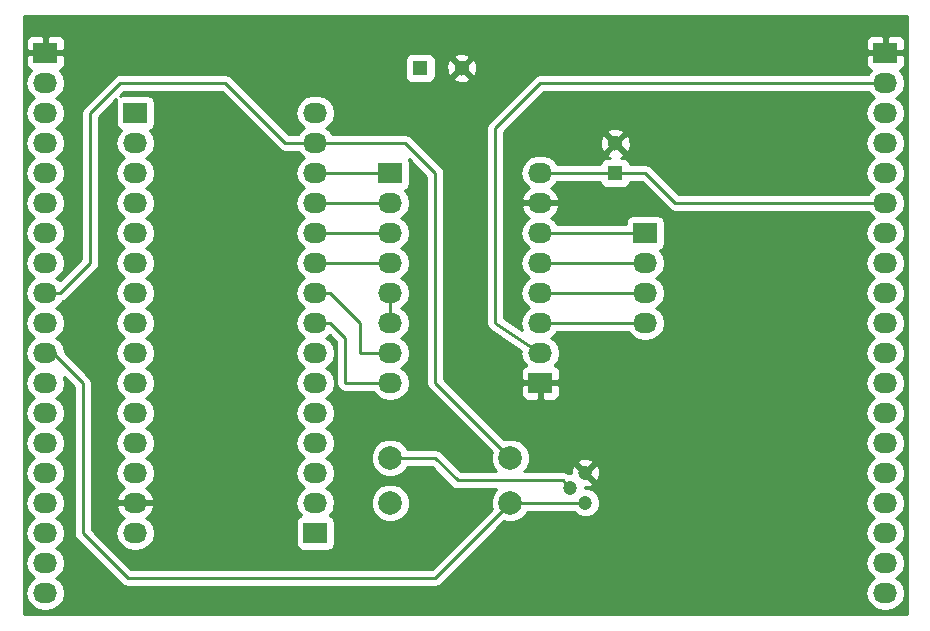
<source format=gbr>
G04 #@! TF.FileFunction,Copper,L1,Top,Signal*
%FSLAX46Y46*%
G04 Gerber Fmt 4.6, Leading zero omitted, Abs format (unit mm)*
G04 Created by KiCad (PCBNEW 4.0.3+e1-6302~38~ubuntu16.04.1-stable) date Thu Aug 25 17:18:17 2016*
%MOMM*%
%LPD*%
G01*
G04 APERTURE LIST*
%ADD10C,0.100000*%
%ADD11R,1.300000X1.300000*%
%ADD12C,1.300000*%
%ADD13R,2.032000X1.727200*%
%ADD14O,2.032000X1.727200*%
%ADD15C,1.200000*%
%ADD16C,1.998980*%
%ADD17C,0.250000*%
%ADD18C,0.254000*%
G04 APERTURE END LIST*
D10*
D11*
X99060000Y-66040000D03*
D12*
X99060000Y-63540000D03*
D13*
X58420000Y-60960000D03*
D14*
X58420000Y-63500000D03*
X58420000Y-66040000D03*
X58420000Y-68580000D03*
X58420000Y-71120000D03*
X58420000Y-73660000D03*
X58420000Y-76200000D03*
X58420000Y-78740000D03*
X58420000Y-81280000D03*
X58420000Y-83820000D03*
X58420000Y-86360000D03*
X58420000Y-88900000D03*
X58420000Y-91440000D03*
X58420000Y-93980000D03*
X58420000Y-96520000D03*
D13*
X73660000Y-96520000D03*
D14*
X73660000Y-93980000D03*
X73660000Y-91440000D03*
X73660000Y-88900000D03*
X73660000Y-86360000D03*
X73660000Y-83820000D03*
X73660000Y-81280000D03*
X73660000Y-78740000D03*
X73660000Y-76200000D03*
X73660000Y-73660000D03*
X73660000Y-71120000D03*
X73660000Y-68580000D03*
X73660000Y-66040000D03*
X73660000Y-63500000D03*
X73660000Y-60960000D03*
D13*
X80010000Y-66040000D03*
D14*
X80010000Y-68580000D03*
X80010000Y-71120000D03*
X80010000Y-73660000D03*
X80010000Y-76200000D03*
X80010000Y-78740000D03*
X80010000Y-81280000D03*
X80010000Y-83820000D03*
D13*
X92710000Y-83820000D03*
D14*
X92710000Y-81280000D03*
X92710000Y-78740000D03*
X92710000Y-76200000D03*
X92710000Y-73660000D03*
X92710000Y-71120000D03*
X92710000Y-68580000D03*
X92710000Y-66040000D03*
D13*
X101600000Y-71120000D03*
D14*
X101600000Y-73660000D03*
X101600000Y-76200000D03*
X101600000Y-78740000D03*
D13*
X121920000Y-55880000D03*
D14*
X121920000Y-58420000D03*
X121920000Y-60960000D03*
X121920000Y-63500000D03*
X121920000Y-66040000D03*
X121920000Y-68580000D03*
X121920000Y-71120000D03*
X121920000Y-73660000D03*
X121920000Y-76200000D03*
X121920000Y-78740000D03*
X121920000Y-81280000D03*
X121920000Y-83820000D03*
X121920000Y-86360000D03*
X121920000Y-88900000D03*
X121920000Y-91440000D03*
X121920000Y-93980000D03*
X121920000Y-96520000D03*
X121920000Y-99060000D03*
X121920000Y-101600000D03*
D13*
X50800000Y-55880000D03*
D14*
X50800000Y-58420000D03*
X50800000Y-60960000D03*
X50800000Y-63500000D03*
X50800000Y-66040000D03*
X50800000Y-68580000D03*
X50800000Y-71120000D03*
X50800000Y-73660000D03*
X50800000Y-76200000D03*
X50800000Y-78740000D03*
X50800000Y-81280000D03*
X50800000Y-83820000D03*
X50800000Y-86360000D03*
X50800000Y-88900000D03*
X50800000Y-91440000D03*
X50800000Y-93980000D03*
X50800000Y-96520000D03*
X50800000Y-99060000D03*
X50800000Y-101600000D03*
D12*
X86050000Y-57150000D03*
D11*
X82550000Y-57150000D03*
D15*
X96520000Y-91440000D03*
X95250000Y-92710000D03*
X96520000Y-93980000D03*
D16*
X80010000Y-93980000D03*
X90170000Y-93980000D03*
X80010000Y-90170000D03*
X90170000Y-90170000D03*
D17*
X99060000Y-66040000D02*
X101600000Y-66040000D01*
X104140000Y-68580000D02*
X121920000Y-68580000D01*
X101600000Y-66040000D02*
X104140000Y-68580000D01*
X92710000Y-66040000D02*
X99060000Y-66040000D01*
X73660000Y-63500000D02*
X81280000Y-63500000D01*
X83820000Y-83820000D02*
X90170000Y-90170000D01*
X83820000Y-66040000D02*
X83820000Y-83820000D01*
X81280000Y-63500000D02*
X83820000Y-66040000D01*
X50800000Y-76200000D02*
X52070000Y-76200000D01*
X71120000Y-63500000D02*
X73660000Y-63500000D01*
X66040000Y-58420000D02*
X71120000Y-63500000D01*
X57150000Y-58420000D02*
X66040000Y-58420000D01*
X54610000Y-60960000D02*
X57150000Y-58420000D01*
X54610000Y-73660000D02*
X54610000Y-60960000D01*
X52070000Y-76200000D02*
X54610000Y-73660000D01*
X50800000Y-81280000D02*
X51435000Y-81280000D01*
X51435000Y-81280000D02*
X53975000Y-83820000D01*
X53975000Y-83820000D02*
X53975000Y-96520000D01*
X53975000Y-96520000D02*
X57785000Y-100330000D01*
X57785000Y-100330000D02*
X83820000Y-100330000D01*
X83820000Y-100330000D02*
X90170000Y-93980000D01*
X90170000Y-93980000D02*
X96520000Y-93980000D01*
X73660000Y-78740000D02*
X74930000Y-78740000D01*
X76200000Y-83820000D02*
X80010000Y-83820000D01*
X76200000Y-80010000D02*
X76200000Y-83820000D01*
X74930000Y-78740000D02*
X76200000Y-80010000D01*
X73660000Y-76200000D02*
X74930000Y-76200000D01*
X77470000Y-81280000D02*
X80010000Y-81280000D01*
X77470000Y-78740000D02*
X77470000Y-81280000D01*
X74930000Y-76200000D02*
X77470000Y-78740000D01*
X73660000Y-73660000D02*
X80010000Y-73660000D01*
X73660000Y-71120000D02*
X80010000Y-71120000D01*
X73660000Y-68580000D02*
X80010000Y-68580000D01*
X73660000Y-66040000D02*
X80010000Y-66040000D01*
X80010000Y-76200000D02*
X80010000Y-78740000D01*
X92710000Y-81280000D02*
X88900000Y-78740000D01*
X92710000Y-58420000D02*
X121920000Y-58420000D01*
X88900000Y-62230000D02*
X92710000Y-58420000D01*
X88900000Y-78740000D02*
X88900000Y-62230000D01*
X92710000Y-78740000D02*
X101600000Y-78740000D01*
X92710000Y-76200000D02*
X101600000Y-76200000D01*
X92710000Y-73660000D02*
X101600000Y-73660000D01*
X92710000Y-71120000D02*
X101600000Y-71120000D01*
X80010000Y-90170000D02*
X83820000Y-90170000D01*
X94615000Y-92075000D02*
X95250000Y-92710000D01*
X85725000Y-92075000D02*
X94615000Y-92075000D01*
X83820000Y-90170000D02*
X85725000Y-92075000D01*
D18*
G36*
X123750000Y-103430000D02*
X48970000Y-103430000D01*
X48970000Y-58420000D01*
X49116655Y-58420000D01*
X49230729Y-58993489D01*
X49555585Y-59479670D01*
X49870366Y-59690000D01*
X49555585Y-59900330D01*
X49230729Y-60386511D01*
X49116655Y-60960000D01*
X49230729Y-61533489D01*
X49555585Y-62019670D01*
X49870366Y-62230000D01*
X49555585Y-62440330D01*
X49230729Y-62926511D01*
X49116655Y-63500000D01*
X49230729Y-64073489D01*
X49555585Y-64559670D01*
X49870366Y-64770000D01*
X49555585Y-64980330D01*
X49230729Y-65466511D01*
X49116655Y-66040000D01*
X49230729Y-66613489D01*
X49555585Y-67099670D01*
X49870366Y-67310000D01*
X49555585Y-67520330D01*
X49230729Y-68006511D01*
X49116655Y-68580000D01*
X49230729Y-69153489D01*
X49555585Y-69639670D01*
X49870366Y-69850000D01*
X49555585Y-70060330D01*
X49230729Y-70546511D01*
X49116655Y-71120000D01*
X49230729Y-71693489D01*
X49555585Y-72179670D01*
X49870366Y-72390000D01*
X49555585Y-72600330D01*
X49230729Y-73086511D01*
X49116655Y-73660000D01*
X49230729Y-74233489D01*
X49555585Y-74719670D01*
X49870366Y-74930000D01*
X49555585Y-75140330D01*
X49230729Y-75626511D01*
X49116655Y-76200000D01*
X49230729Y-76773489D01*
X49555585Y-77259670D01*
X49870366Y-77470000D01*
X49555585Y-77680330D01*
X49230729Y-78166511D01*
X49116655Y-78740000D01*
X49230729Y-79313489D01*
X49555585Y-79799670D01*
X49870366Y-80010000D01*
X49555585Y-80220330D01*
X49230729Y-80706511D01*
X49116655Y-81280000D01*
X49230729Y-81853489D01*
X49555585Y-82339670D01*
X49870366Y-82550000D01*
X49555585Y-82760330D01*
X49230729Y-83246511D01*
X49116655Y-83820000D01*
X49230729Y-84393489D01*
X49555585Y-84879670D01*
X49870366Y-85090000D01*
X49555585Y-85300330D01*
X49230729Y-85786511D01*
X49116655Y-86360000D01*
X49230729Y-86933489D01*
X49555585Y-87419670D01*
X49870366Y-87630000D01*
X49555585Y-87840330D01*
X49230729Y-88326511D01*
X49116655Y-88900000D01*
X49230729Y-89473489D01*
X49555585Y-89959670D01*
X49870366Y-90170000D01*
X49555585Y-90380330D01*
X49230729Y-90866511D01*
X49116655Y-91440000D01*
X49230729Y-92013489D01*
X49555585Y-92499670D01*
X49870366Y-92710000D01*
X49555585Y-92920330D01*
X49230729Y-93406511D01*
X49116655Y-93980000D01*
X49230729Y-94553489D01*
X49555585Y-95039670D01*
X49870366Y-95250000D01*
X49555585Y-95460330D01*
X49230729Y-95946511D01*
X49116655Y-96520000D01*
X49230729Y-97093489D01*
X49555585Y-97579670D01*
X49870366Y-97790000D01*
X49555585Y-98000330D01*
X49230729Y-98486511D01*
X49116655Y-99060000D01*
X49230729Y-99633489D01*
X49555585Y-100119670D01*
X49870366Y-100330000D01*
X49555585Y-100540330D01*
X49230729Y-101026511D01*
X49116655Y-101600000D01*
X49230729Y-102173489D01*
X49555585Y-102659670D01*
X50041766Y-102984526D01*
X50615255Y-103098600D01*
X50984745Y-103098600D01*
X51558234Y-102984526D01*
X52044415Y-102659670D01*
X52369271Y-102173489D01*
X52483345Y-101600000D01*
X52369271Y-101026511D01*
X52044415Y-100540330D01*
X51729634Y-100330000D01*
X52044415Y-100119670D01*
X52369271Y-99633489D01*
X52483345Y-99060000D01*
X52369271Y-98486511D01*
X52044415Y-98000330D01*
X51729634Y-97790000D01*
X52044415Y-97579670D01*
X52369271Y-97093489D01*
X52483345Y-96520000D01*
X52369271Y-95946511D01*
X52044415Y-95460330D01*
X51729634Y-95250000D01*
X52044415Y-95039670D01*
X52369271Y-94553489D01*
X52483345Y-93980000D01*
X52369271Y-93406511D01*
X52044415Y-92920330D01*
X51729634Y-92710000D01*
X52044415Y-92499670D01*
X52369271Y-92013489D01*
X52483345Y-91440000D01*
X52369271Y-90866511D01*
X52044415Y-90380330D01*
X51729634Y-90170000D01*
X52044415Y-89959670D01*
X52369271Y-89473489D01*
X52483345Y-88900000D01*
X52369271Y-88326511D01*
X52044415Y-87840330D01*
X51729634Y-87630000D01*
X52044415Y-87419670D01*
X52369271Y-86933489D01*
X52483345Y-86360000D01*
X52369271Y-85786511D01*
X52044415Y-85300330D01*
X51729634Y-85090000D01*
X52044415Y-84879670D01*
X52369271Y-84393489D01*
X52483345Y-83820000D01*
X52379839Y-83299641D01*
X53215000Y-84134802D01*
X53215000Y-96520000D01*
X53272852Y-96810839D01*
X53437599Y-97057401D01*
X57247599Y-100867401D01*
X57494161Y-101032148D01*
X57785000Y-101090000D01*
X83820000Y-101090000D01*
X84110839Y-101032148D01*
X84357401Y-100867401D01*
X89678917Y-95545885D01*
X89843453Y-95614206D01*
X90493694Y-95614774D01*
X91094655Y-95366462D01*
X91554846Y-94907073D01*
X91624221Y-94740000D01*
X95533644Y-94740000D01*
X95819515Y-95026371D01*
X96273266Y-95214785D01*
X96764579Y-95215214D01*
X97218657Y-95027592D01*
X97566371Y-94680485D01*
X97754785Y-94226734D01*
X97755214Y-93735421D01*
X97567592Y-93281343D01*
X97220485Y-92933629D01*
X96766734Y-92745215D01*
X96484970Y-92744969D01*
X96485027Y-92679521D01*
X96841413Y-92657482D01*
X97153617Y-92528164D01*
X97203130Y-92302735D01*
X96520000Y-91619605D01*
X96505858Y-91633748D01*
X96326253Y-91454143D01*
X96340395Y-91440000D01*
X96699605Y-91440000D01*
X97382735Y-92123130D01*
X97608164Y-92073617D01*
X97767807Y-91608964D01*
X97737482Y-91118587D01*
X97608164Y-90806383D01*
X97382735Y-90756870D01*
X96699605Y-91440000D01*
X96340395Y-91440000D01*
X95657265Y-90756870D01*
X95431836Y-90806383D01*
X95272193Y-91271036D01*
X95284808Y-91475030D01*
X95058464Y-91474832D01*
X94905839Y-91372852D01*
X94615000Y-91315000D01*
X91336539Y-91315000D01*
X91554846Y-91097073D01*
X91770688Y-90577265D01*
X95836870Y-90577265D01*
X96520000Y-91260395D01*
X97203130Y-90577265D01*
X97153617Y-90351836D01*
X96688964Y-90192193D01*
X96198587Y-90222518D01*
X95886383Y-90351836D01*
X95836870Y-90577265D01*
X91770688Y-90577265D01*
X91804206Y-90496547D01*
X91804774Y-89846306D01*
X91556462Y-89245345D01*
X91097073Y-88785154D01*
X90496547Y-88535794D01*
X89846306Y-88535226D01*
X89679111Y-88604309D01*
X85180552Y-84105750D01*
X91059000Y-84105750D01*
X91059000Y-84809909D01*
X91155673Y-85043298D01*
X91334301Y-85221927D01*
X91567690Y-85318600D01*
X92424250Y-85318600D01*
X92583000Y-85159850D01*
X92583000Y-83947000D01*
X92837000Y-83947000D01*
X92837000Y-85159850D01*
X92995750Y-85318600D01*
X93852310Y-85318600D01*
X94085699Y-85221927D01*
X94264327Y-85043298D01*
X94361000Y-84809909D01*
X94361000Y-84105750D01*
X94202250Y-83947000D01*
X92837000Y-83947000D01*
X92583000Y-83947000D01*
X91217750Y-83947000D01*
X91059000Y-84105750D01*
X85180552Y-84105750D01*
X84580000Y-83505198D01*
X84580000Y-66040000D01*
X84522148Y-65749161D01*
X84522148Y-65749160D01*
X84357401Y-65502599D01*
X81817401Y-62962599D01*
X81570839Y-62797852D01*
X81280000Y-62740000D01*
X75104648Y-62740000D01*
X74904415Y-62440330D01*
X74589634Y-62230000D01*
X88140000Y-62230000D01*
X88140000Y-78740000D01*
X88154680Y-78813802D01*
X88154759Y-78889048D01*
X88183325Y-78957810D01*
X88197852Y-79030839D01*
X88239658Y-79093406D01*
X88268526Y-79162894D01*
X88321231Y-79215489D01*
X88362599Y-79277401D01*
X88425165Y-79319206D01*
X88478428Y-79372358D01*
X91063329Y-81095626D01*
X91026655Y-81280000D01*
X91140729Y-81853489D01*
X91465585Y-82339670D01*
X91487780Y-82354500D01*
X91334301Y-82418073D01*
X91155673Y-82596702D01*
X91059000Y-82830091D01*
X91059000Y-83534250D01*
X91217750Y-83693000D01*
X92583000Y-83693000D01*
X92583000Y-83673000D01*
X92837000Y-83673000D01*
X92837000Y-83693000D01*
X94202250Y-83693000D01*
X94361000Y-83534250D01*
X94361000Y-82830091D01*
X94264327Y-82596702D01*
X94085699Y-82418073D01*
X93932220Y-82354500D01*
X93954415Y-82339670D01*
X94279271Y-81853489D01*
X94393345Y-81280000D01*
X94279271Y-80706511D01*
X93954415Y-80220330D01*
X93639634Y-80010000D01*
X93954415Y-79799670D01*
X94154648Y-79500000D01*
X100155352Y-79500000D01*
X100355585Y-79799670D01*
X100841766Y-80124526D01*
X101415255Y-80238600D01*
X101784745Y-80238600D01*
X102358234Y-80124526D01*
X102844415Y-79799670D01*
X103169271Y-79313489D01*
X103283345Y-78740000D01*
X103169271Y-78166511D01*
X102844415Y-77680330D01*
X102529634Y-77470000D01*
X102844415Y-77259670D01*
X103169271Y-76773489D01*
X103283345Y-76200000D01*
X103169271Y-75626511D01*
X102844415Y-75140330D01*
X102529634Y-74930000D01*
X102844415Y-74719670D01*
X103169271Y-74233489D01*
X103283345Y-73660000D01*
X103169271Y-73086511D01*
X102844415Y-72600330D01*
X102830087Y-72590757D01*
X102851317Y-72586762D01*
X103067441Y-72447690D01*
X103212431Y-72235490D01*
X103263440Y-71983600D01*
X103263440Y-70256400D01*
X103219162Y-70021083D01*
X103080090Y-69804959D01*
X102867890Y-69659969D01*
X102616000Y-69608960D01*
X100584000Y-69608960D01*
X100348683Y-69653238D01*
X100132559Y-69792310D01*
X99987569Y-70004510D01*
X99936560Y-70256400D01*
X99936560Y-70360000D01*
X94154648Y-70360000D01*
X93954415Y-70060330D01*
X93644931Y-69853539D01*
X94060732Y-69482036D01*
X94314709Y-68954791D01*
X94317358Y-68939026D01*
X94196217Y-68707000D01*
X92837000Y-68707000D01*
X92837000Y-68727000D01*
X92583000Y-68727000D01*
X92583000Y-68707000D01*
X91223783Y-68707000D01*
X91102642Y-68939026D01*
X91105291Y-68954791D01*
X91359268Y-69482036D01*
X91775069Y-69853539D01*
X91465585Y-70060330D01*
X91140729Y-70546511D01*
X91026655Y-71120000D01*
X91140729Y-71693489D01*
X91465585Y-72179670D01*
X91780366Y-72390000D01*
X91465585Y-72600330D01*
X91140729Y-73086511D01*
X91026655Y-73660000D01*
X91140729Y-74233489D01*
X91465585Y-74719670D01*
X91780366Y-74930000D01*
X91465585Y-75140330D01*
X91140729Y-75626511D01*
X91026655Y-76200000D01*
X91140729Y-76773489D01*
X91465585Y-77259670D01*
X91780366Y-77470000D01*
X91465585Y-77680330D01*
X91140729Y-78166511D01*
X91026655Y-78740000D01*
X91140729Y-79313489D01*
X91149072Y-79325975D01*
X89660000Y-78333261D01*
X89660000Y-63359078D01*
X97762378Y-63359078D01*
X97791917Y-63869428D01*
X97930389Y-64203729D01*
X98160984Y-64259410D01*
X98880395Y-63540000D01*
X99239605Y-63540000D01*
X99959016Y-64259410D01*
X100189611Y-64203729D01*
X100357622Y-63720922D01*
X100328083Y-63210572D01*
X100189611Y-62876271D01*
X99959016Y-62820590D01*
X99239605Y-63540000D01*
X98880395Y-63540000D01*
X98160984Y-62820590D01*
X97930389Y-62876271D01*
X97762378Y-63359078D01*
X89660000Y-63359078D01*
X89660000Y-62640984D01*
X98340590Y-62640984D01*
X99060000Y-63360395D01*
X99779410Y-62640984D01*
X99723729Y-62410389D01*
X99240922Y-62242378D01*
X98730572Y-62271917D01*
X98396271Y-62410389D01*
X98340590Y-62640984D01*
X89660000Y-62640984D01*
X89660000Y-62544802D01*
X93024802Y-59180000D01*
X120475352Y-59180000D01*
X120675585Y-59479670D01*
X120990366Y-59690000D01*
X120675585Y-59900330D01*
X120350729Y-60386511D01*
X120236655Y-60960000D01*
X120350729Y-61533489D01*
X120675585Y-62019670D01*
X120990366Y-62230000D01*
X120675585Y-62440330D01*
X120350729Y-62926511D01*
X120236655Y-63500000D01*
X120350729Y-64073489D01*
X120675585Y-64559670D01*
X120990366Y-64770000D01*
X120675585Y-64980330D01*
X120350729Y-65466511D01*
X120236655Y-66040000D01*
X120350729Y-66613489D01*
X120675585Y-67099670D01*
X120990366Y-67310000D01*
X120675585Y-67520330D01*
X120475352Y-67820000D01*
X104454802Y-67820000D01*
X102137401Y-65502599D01*
X101890839Y-65337852D01*
X101600000Y-65280000D01*
X100336742Y-65280000D01*
X100313162Y-65154683D01*
X100174090Y-64938559D01*
X99961890Y-64793569D01*
X99710000Y-64742560D01*
X99547615Y-64742560D01*
X99723729Y-64669611D01*
X99779410Y-64439016D01*
X99060000Y-63719605D01*
X98340590Y-64439016D01*
X98396271Y-64669611D01*
X98605902Y-64742560D01*
X98410000Y-64742560D01*
X98174683Y-64786838D01*
X97958559Y-64925910D01*
X97813569Y-65138110D01*
X97784836Y-65280000D01*
X94154648Y-65280000D01*
X93954415Y-64980330D01*
X93468234Y-64655474D01*
X92894745Y-64541400D01*
X92525255Y-64541400D01*
X91951766Y-64655474D01*
X91465585Y-64980330D01*
X91140729Y-65466511D01*
X91026655Y-66040000D01*
X91140729Y-66613489D01*
X91465585Y-67099670D01*
X91775069Y-67306461D01*
X91359268Y-67677964D01*
X91105291Y-68205209D01*
X91102642Y-68220974D01*
X91223783Y-68453000D01*
X92583000Y-68453000D01*
X92583000Y-68433000D01*
X92837000Y-68433000D01*
X92837000Y-68453000D01*
X94196217Y-68453000D01*
X94317358Y-68220974D01*
X94314709Y-68205209D01*
X94060732Y-67677964D01*
X93644931Y-67306461D01*
X93954415Y-67099670D01*
X94154648Y-66800000D01*
X97783258Y-66800000D01*
X97806838Y-66925317D01*
X97945910Y-67141441D01*
X98158110Y-67286431D01*
X98410000Y-67337440D01*
X99710000Y-67337440D01*
X99945317Y-67293162D01*
X100161441Y-67154090D01*
X100306431Y-66941890D01*
X100335164Y-66800000D01*
X101285198Y-66800000D01*
X103602599Y-69117401D01*
X103849160Y-69282148D01*
X103897414Y-69291746D01*
X104140000Y-69340000D01*
X120475352Y-69340000D01*
X120675585Y-69639670D01*
X120990366Y-69850000D01*
X120675585Y-70060330D01*
X120350729Y-70546511D01*
X120236655Y-71120000D01*
X120350729Y-71693489D01*
X120675585Y-72179670D01*
X120990366Y-72390000D01*
X120675585Y-72600330D01*
X120350729Y-73086511D01*
X120236655Y-73660000D01*
X120350729Y-74233489D01*
X120675585Y-74719670D01*
X120990366Y-74930000D01*
X120675585Y-75140330D01*
X120350729Y-75626511D01*
X120236655Y-76200000D01*
X120350729Y-76773489D01*
X120675585Y-77259670D01*
X120990366Y-77470000D01*
X120675585Y-77680330D01*
X120350729Y-78166511D01*
X120236655Y-78740000D01*
X120350729Y-79313489D01*
X120675585Y-79799670D01*
X120990366Y-80010000D01*
X120675585Y-80220330D01*
X120350729Y-80706511D01*
X120236655Y-81280000D01*
X120350729Y-81853489D01*
X120675585Y-82339670D01*
X120990366Y-82550000D01*
X120675585Y-82760330D01*
X120350729Y-83246511D01*
X120236655Y-83820000D01*
X120350729Y-84393489D01*
X120675585Y-84879670D01*
X120990366Y-85090000D01*
X120675585Y-85300330D01*
X120350729Y-85786511D01*
X120236655Y-86360000D01*
X120350729Y-86933489D01*
X120675585Y-87419670D01*
X120990366Y-87630000D01*
X120675585Y-87840330D01*
X120350729Y-88326511D01*
X120236655Y-88900000D01*
X120350729Y-89473489D01*
X120675585Y-89959670D01*
X120990366Y-90170000D01*
X120675585Y-90380330D01*
X120350729Y-90866511D01*
X120236655Y-91440000D01*
X120350729Y-92013489D01*
X120675585Y-92499670D01*
X120990366Y-92710000D01*
X120675585Y-92920330D01*
X120350729Y-93406511D01*
X120236655Y-93980000D01*
X120350729Y-94553489D01*
X120675585Y-95039670D01*
X120990366Y-95250000D01*
X120675585Y-95460330D01*
X120350729Y-95946511D01*
X120236655Y-96520000D01*
X120350729Y-97093489D01*
X120675585Y-97579670D01*
X120990366Y-97790000D01*
X120675585Y-98000330D01*
X120350729Y-98486511D01*
X120236655Y-99060000D01*
X120350729Y-99633489D01*
X120675585Y-100119670D01*
X120990366Y-100330000D01*
X120675585Y-100540330D01*
X120350729Y-101026511D01*
X120236655Y-101600000D01*
X120350729Y-102173489D01*
X120675585Y-102659670D01*
X121161766Y-102984526D01*
X121735255Y-103098600D01*
X122104745Y-103098600D01*
X122678234Y-102984526D01*
X123164415Y-102659670D01*
X123489271Y-102173489D01*
X123603345Y-101600000D01*
X123489271Y-101026511D01*
X123164415Y-100540330D01*
X122849634Y-100330000D01*
X123164415Y-100119670D01*
X123489271Y-99633489D01*
X123603345Y-99060000D01*
X123489271Y-98486511D01*
X123164415Y-98000330D01*
X122849634Y-97790000D01*
X123164415Y-97579670D01*
X123489271Y-97093489D01*
X123603345Y-96520000D01*
X123489271Y-95946511D01*
X123164415Y-95460330D01*
X122849634Y-95250000D01*
X123164415Y-95039670D01*
X123489271Y-94553489D01*
X123603345Y-93980000D01*
X123489271Y-93406511D01*
X123164415Y-92920330D01*
X122849634Y-92710000D01*
X123164415Y-92499670D01*
X123489271Y-92013489D01*
X123603345Y-91440000D01*
X123489271Y-90866511D01*
X123164415Y-90380330D01*
X122849634Y-90170000D01*
X123164415Y-89959670D01*
X123489271Y-89473489D01*
X123603345Y-88900000D01*
X123489271Y-88326511D01*
X123164415Y-87840330D01*
X122849634Y-87630000D01*
X123164415Y-87419670D01*
X123489271Y-86933489D01*
X123603345Y-86360000D01*
X123489271Y-85786511D01*
X123164415Y-85300330D01*
X122849634Y-85090000D01*
X123164415Y-84879670D01*
X123489271Y-84393489D01*
X123603345Y-83820000D01*
X123489271Y-83246511D01*
X123164415Y-82760330D01*
X122849634Y-82550000D01*
X123164415Y-82339670D01*
X123489271Y-81853489D01*
X123603345Y-81280000D01*
X123489271Y-80706511D01*
X123164415Y-80220330D01*
X122849634Y-80010000D01*
X123164415Y-79799670D01*
X123489271Y-79313489D01*
X123603345Y-78740000D01*
X123489271Y-78166511D01*
X123164415Y-77680330D01*
X122849634Y-77470000D01*
X123164415Y-77259670D01*
X123489271Y-76773489D01*
X123603345Y-76200000D01*
X123489271Y-75626511D01*
X123164415Y-75140330D01*
X122849634Y-74930000D01*
X123164415Y-74719670D01*
X123489271Y-74233489D01*
X123603345Y-73660000D01*
X123489271Y-73086511D01*
X123164415Y-72600330D01*
X122849634Y-72390000D01*
X123164415Y-72179670D01*
X123489271Y-71693489D01*
X123603345Y-71120000D01*
X123489271Y-70546511D01*
X123164415Y-70060330D01*
X122849634Y-69850000D01*
X123164415Y-69639670D01*
X123489271Y-69153489D01*
X123603345Y-68580000D01*
X123489271Y-68006511D01*
X123164415Y-67520330D01*
X122849634Y-67310000D01*
X123164415Y-67099670D01*
X123489271Y-66613489D01*
X123603345Y-66040000D01*
X123489271Y-65466511D01*
X123164415Y-64980330D01*
X122849634Y-64770000D01*
X123164415Y-64559670D01*
X123489271Y-64073489D01*
X123603345Y-63500000D01*
X123489271Y-62926511D01*
X123164415Y-62440330D01*
X122849634Y-62230000D01*
X123164415Y-62019670D01*
X123489271Y-61533489D01*
X123603345Y-60960000D01*
X123489271Y-60386511D01*
X123164415Y-59900330D01*
X122849634Y-59690000D01*
X123164415Y-59479670D01*
X123489271Y-58993489D01*
X123603345Y-58420000D01*
X123489271Y-57846511D01*
X123164415Y-57360330D01*
X123142220Y-57345500D01*
X123295699Y-57281927D01*
X123474327Y-57103298D01*
X123571000Y-56869909D01*
X123571000Y-56165750D01*
X123412250Y-56007000D01*
X122047000Y-56007000D01*
X122047000Y-56027000D01*
X121793000Y-56027000D01*
X121793000Y-56007000D01*
X120427750Y-56007000D01*
X120269000Y-56165750D01*
X120269000Y-56869909D01*
X120365673Y-57103298D01*
X120544301Y-57281927D01*
X120697780Y-57345500D01*
X120675585Y-57360330D01*
X120475352Y-57660000D01*
X92710000Y-57660000D01*
X92419161Y-57717852D01*
X92172599Y-57882599D01*
X88362599Y-61692599D01*
X88197852Y-61939161D01*
X88140000Y-62230000D01*
X74589634Y-62230000D01*
X74904415Y-62019670D01*
X75229271Y-61533489D01*
X75343345Y-60960000D01*
X75229271Y-60386511D01*
X74904415Y-59900330D01*
X74418234Y-59575474D01*
X73844745Y-59461400D01*
X73475255Y-59461400D01*
X72901766Y-59575474D01*
X72415585Y-59900330D01*
X72090729Y-60386511D01*
X71976655Y-60960000D01*
X72090729Y-61533489D01*
X72415585Y-62019670D01*
X72730366Y-62230000D01*
X72415585Y-62440330D01*
X72215352Y-62740000D01*
X71434802Y-62740000D01*
X66577401Y-57882599D01*
X66330839Y-57717852D01*
X66040000Y-57660000D01*
X57150000Y-57660000D01*
X56907414Y-57708254D01*
X56859160Y-57717852D01*
X56612599Y-57882599D01*
X54072599Y-60422599D01*
X53907852Y-60669161D01*
X53850000Y-60960000D01*
X53850000Y-73345198D01*
X52048602Y-75146596D01*
X52044415Y-75140330D01*
X51729634Y-74930000D01*
X52044415Y-74719670D01*
X52369271Y-74233489D01*
X52483345Y-73660000D01*
X52369271Y-73086511D01*
X52044415Y-72600330D01*
X51729634Y-72390000D01*
X52044415Y-72179670D01*
X52369271Y-71693489D01*
X52483345Y-71120000D01*
X52369271Y-70546511D01*
X52044415Y-70060330D01*
X51729634Y-69850000D01*
X52044415Y-69639670D01*
X52369271Y-69153489D01*
X52483345Y-68580000D01*
X52369271Y-68006511D01*
X52044415Y-67520330D01*
X51729634Y-67310000D01*
X52044415Y-67099670D01*
X52369271Y-66613489D01*
X52483345Y-66040000D01*
X52369271Y-65466511D01*
X52044415Y-64980330D01*
X51729634Y-64770000D01*
X52044415Y-64559670D01*
X52369271Y-64073489D01*
X52483345Y-63500000D01*
X52369271Y-62926511D01*
X52044415Y-62440330D01*
X51729634Y-62230000D01*
X52044415Y-62019670D01*
X52369271Y-61533489D01*
X52483345Y-60960000D01*
X52369271Y-60386511D01*
X52044415Y-59900330D01*
X51729634Y-59690000D01*
X52044415Y-59479670D01*
X52369271Y-58993489D01*
X52483345Y-58420000D01*
X52369271Y-57846511D01*
X52044415Y-57360330D01*
X52022220Y-57345500D01*
X52175699Y-57281927D01*
X52354327Y-57103298D01*
X52451000Y-56869909D01*
X52451000Y-56500000D01*
X81252560Y-56500000D01*
X81252560Y-57800000D01*
X81296838Y-58035317D01*
X81435910Y-58251441D01*
X81648110Y-58396431D01*
X81900000Y-58447440D01*
X83200000Y-58447440D01*
X83435317Y-58403162D01*
X83651441Y-58264090D01*
X83796431Y-58051890D01*
X83797012Y-58049016D01*
X85330590Y-58049016D01*
X85386271Y-58279611D01*
X85869078Y-58447622D01*
X86379428Y-58418083D01*
X86713729Y-58279611D01*
X86769410Y-58049016D01*
X86050000Y-57329605D01*
X85330590Y-58049016D01*
X83797012Y-58049016D01*
X83847440Y-57800000D01*
X83847440Y-56969078D01*
X84752378Y-56969078D01*
X84781917Y-57479428D01*
X84920389Y-57813729D01*
X85150984Y-57869410D01*
X85870395Y-57150000D01*
X86229605Y-57150000D01*
X86949016Y-57869410D01*
X87179611Y-57813729D01*
X87347622Y-57330922D01*
X87318083Y-56820572D01*
X87179611Y-56486271D01*
X86949016Y-56430590D01*
X86229605Y-57150000D01*
X85870395Y-57150000D01*
X85150984Y-56430590D01*
X84920389Y-56486271D01*
X84752378Y-56969078D01*
X83847440Y-56969078D01*
X83847440Y-56500000D01*
X83803162Y-56264683D01*
X83794347Y-56250984D01*
X85330590Y-56250984D01*
X86050000Y-56970395D01*
X86769410Y-56250984D01*
X86713729Y-56020389D01*
X86230922Y-55852378D01*
X85720572Y-55881917D01*
X85386271Y-56020389D01*
X85330590Y-56250984D01*
X83794347Y-56250984D01*
X83664090Y-56048559D01*
X83451890Y-55903569D01*
X83200000Y-55852560D01*
X81900000Y-55852560D01*
X81664683Y-55896838D01*
X81448559Y-56035910D01*
X81303569Y-56248110D01*
X81252560Y-56500000D01*
X52451000Y-56500000D01*
X52451000Y-56165750D01*
X52292250Y-56007000D01*
X50927000Y-56007000D01*
X50927000Y-56027000D01*
X50673000Y-56027000D01*
X50673000Y-56007000D01*
X49307750Y-56007000D01*
X49149000Y-56165750D01*
X49149000Y-56869909D01*
X49245673Y-57103298D01*
X49424301Y-57281927D01*
X49577780Y-57345500D01*
X49555585Y-57360330D01*
X49230729Y-57846511D01*
X49116655Y-58420000D01*
X48970000Y-58420000D01*
X48970000Y-54890091D01*
X49149000Y-54890091D01*
X49149000Y-55594250D01*
X49307750Y-55753000D01*
X50673000Y-55753000D01*
X50673000Y-54540150D01*
X50927000Y-54540150D01*
X50927000Y-55753000D01*
X52292250Y-55753000D01*
X52451000Y-55594250D01*
X52451000Y-54890091D01*
X120269000Y-54890091D01*
X120269000Y-55594250D01*
X120427750Y-55753000D01*
X121793000Y-55753000D01*
X121793000Y-54540150D01*
X122047000Y-54540150D01*
X122047000Y-55753000D01*
X123412250Y-55753000D01*
X123571000Y-55594250D01*
X123571000Y-54890091D01*
X123474327Y-54656702D01*
X123295699Y-54478073D01*
X123062310Y-54381400D01*
X122205750Y-54381400D01*
X122047000Y-54540150D01*
X121793000Y-54540150D01*
X121634250Y-54381400D01*
X120777690Y-54381400D01*
X120544301Y-54478073D01*
X120365673Y-54656702D01*
X120269000Y-54890091D01*
X52451000Y-54890091D01*
X52354327Y-54656702D01*
X52175699Y-54478073D01*
X51942310Y-54381400D01*
X51085750Y-54381400D01*
X50927000Y-54540150D01*
X50673000Y-54540150D01*
X50514250Y-54381400D01*
X49657690Y-54381400D01*
X49424301Y-54478073D01*
X49245673Y-54656702D01*
X49149000Y-54890091D01*
X48970000Y-54890091D01*
X48970000Y-52780000D01*
X123750000Y-52780000D01*
X123750000Y-103430000D01*
X123750000Y-103430000D01*
G37*
X123750000Y-103430000D02*
X48970000Y-103430000D01*
X48970000Y-58420000D01*
X49116655Y-58420000D01*
X49230729Y-58993489D01*
X49555585Y-59479670D01*
X49870366Y-59690000D01*
X49555585Y-59900330D01*
X49230729Y-60386511D01*
X49116655Y-60960000D01*
X49230729Y-61533489D01*
X49555585Y-62019670D01*
X49870366Y-62230000D01*
X49555585Y-62440330D01*
X49230729Y-62926511D01*
X49116655Y-63500000D01*
X49230729Y-64073489D01*
X49555585Y-64559670D01*
X49870366Y-64770000D01*
X49555585Y-64980330D01*
X49230729Y-65466511D01*
X49116655Y-66040000D01*
X49230729Y-66613489D01*
X49555585Y-67099670D01*
X49870366Y-67310000D01*
X49555585Y-67520330D01*
X49230729Y-68006511D01*
X49116655Y-68580000D01*
X49230729Y-69153489D01*
X49555585Y-69639670D01*
X49870366Y-69850000D01*
X49555585Y-70060330D01*
X49230729Y-70546511D01*
X49116655Y-71120000D01*
X49230729Y-71693489D01*
X49555585Y-72179670D01*
X49870366Y-72390000D01*
X49555585Y-72600330D01*
X49230729Y-73086511D01*
X49116655Y-73660000D01*
X49230729Y-74233489D01*
X49555585Y-74719670D01*
X49870366Y-74930000D01*
X49555585Y-75140330D01*
X49230729Y-75626511D01*
X49116655Y-76200000D01*
X49230729Y-76773489D01*
X49555585Y-77259670D01*
X49870366Y-77470000D01*
X49555585Y-77680330D01*
X49230729Y-78166511D01*
X49116655Y-78740000D01*
X49230729Y-79313489D01*
X49555585Y-79799670D01*
X49870366Y-80010000D01*
X49555585Y-80220330D01*
X49230729Y-80706511D01*
X49116655Y-81280000D01*
X49230729Y-81853489D01*
X49555585Y-82339670D01*
X49870366Y-82550000D01*
X49555585Y-82760330D01*
X49230729Y-83246511D01*
X49116655Y-83820000D01*
X49230729Y-84393489D01*
X49555585Y-84879670D01*
X49870366Y-85090000D01*
X49555585Y-85300330D01*
X49230729Y-85786511D01*
X49116655Y-86360000D01*
X49230729Y-86933489D01*
X49555585Y-87419670D01*
X49870366Y-87630000D01*
X49555585Y-87840330D01*
X49230729Y-88326511D01*
X49116655Y-88900000D01*
X49230729Y-89473489D01*
X49555585Y-89959670D01*
X49870366Y-90170000D01*
X49555585Y-90380330D01*
X49230729Y-90866511D01*
X49116655Y-91440000D01*
X49230729Y-92013489D01*
X49555585Y-92499670D01*
X49870366Y-92710000D01*
X49555585Y-92920330D01*
X49230729Y-93406511D01*
X49116655Y-93980000D01*
X49230729Y-94553489D01*
X49555585Y-95039670D01*
X49870366Y-95250000D01*
X49555585Y-95460330D01*
X49230729Y-95946511D01*
X49116655Y-96520000D01*
X49230729Y-97093489D01*
X49555585Y-97579670D01*
X49870366Y-97790000D01*
X49555585Y-98000330D01*
X49230729Y-98486511D01*
X49116655Y-99060000D01*
X49230729Y-99633489D01*
X49555585Y-100119670D01*
X49870366Y-100330000D01*
X49555585Y-100540330D01*
X49230729Y-101026511D01*
X49116655Y-101600000D01*
X49230729Y-102173489D01*
X49555585Y-102659670D01*
X50041766Y-102984526D01*
X50615255Y-103098600D01*
X50984745Y-103098600D01*
X51558234Y-102984526D01*
X52044415Y-102659670D01*
X52369271Y-102173489D01*
X52483345Y-101600000D01*
X52369271Y-101026511D01*
X52044415Y-100540330D01*
X51729634Y-100330000D01*
X52044415Y-100119670D01*
X52369271Y-99633489D01*
X52483345Y-99060000D01*
X52369271Y-98486511D01*
X52044415Y-98000330D01*
X51729634Y-97790000D01*
X52044415Y-97579670D01*
X52369271Y-97093489D01*
X52483345Y-96520000D01*
X52369271Y-95946511D01*
X52044415Y-95460330D01*
X51729634Y-95250000D01*
X52044415Y-95039670D01*
X52369271Y-94553489D01*
X52483345Y-93980000D01*
X52369271Y-93406511D01*
X52044415Y-92920330D01*
X51729634Y-92710000D01*
X52044415Y-92499670D01*
X52369271Y-92013489D01*
X52483345Y-91440000D01*
X52369271Y-90866511D01*
X52044415Y-90380330D01*
X51729634Y-90170000D01*
X52044415Y-89959670D01*
X52369271Y-89473489D01*
X52483345Y-88900000D01*
X52369271Y-88326511D01*
X52044415Y-87840330D01*
X51729634Y-87630000D01*
X52044415Y-87419670D01*
X52369271Y-86933489D01*
X52483345Y-86360000D01*
X52369271Y-85786511D01*
X52044415Y-85300330D01*
X51729634Y-85090000D01*
X52044415Y-84879670D01*
X52369271Y-84393489D01*
X52483345Y-83820000D01*
X52379839Y-83299641D01*
X53215000Y-84134802D01*
X53215000Y-96520000D01*
X53272852Y-96810839D01*
X53437599Y-97057401D01*
X57247599Y-100867401D01*
X57494161Y-101032148D01*
X57785000Y-101090000D01*
X83820000Y-101090000D01*
X84110839Y-101032148D01*
X84357401Y-100867401D01*
X89678917Y-95545885D01*
X89843453Y-95614206D01*
X90493694Y-95614774D01*
X91094655Y-95366462D01*
X91554846Y-94907073D01*
X91624221Y-94740000D01*
X95533644Y-94740000D01*
X95819515Y-95026371D01*
X96273266Y-95214785D01*
X96764579Y-95215214D01*
X97218657Y-95027592D01*
X97566371Y-94680485D01*
X97754785Y-94226734D01*
X97755214Y-93735421D01*
X97567592Y-93281343D01*
X97220485Y-92933629D01*
X96766734Y-92745215D01*
X96484970Y-92744969D01*
X96485027Y-92679521D01*
X96841413Y-92657482D01*
X97153617Y-92528164D01*
X97203130Y-92302735D01*
X96520000Y-91619605D01*
X96505858Y-91633748D01*
X96326253Y-91454143D01*
X96340395Y-91440000D01*
X96699605Y-91440000D01*
X97382735Y-92123130D01*
X97608164Y-92073617D01*
X97767807Y-91608964D01*
X97737482Y-91118587D01*
X97608164Y-90806383D01*
X97382735Y-90756870D01*
X96699605Y-91440000D01*
X96340395Y-91440000D01*
X95657265Y-90756870D01*
X95431836Y-90806383D01*
X95272193Y-91271036D01*
X95284808Y-91475030D01*
X95058464Y-91474832D01*
X94905839Y-91372852D01*
X94615000Y-91315000D01*
X91336539Y-91315000D01*
X91554846Y-91097073D01*
X91770688Y-90577265D01*
X95836870Y-90577265D01*
X96520000Y-91260395D01*
X97203130Y-90577265D01*
X97153617Y-90351836D01*
X96688964Y-90192193D01*
X96198587Y-90222518D01*
X95886383Y-90351836D01*
X95836870Y-90577265D01*
X91770688Y-90577265D01*
X91804206Y-90496547D01*
X91804774Y-89846306D01*
X91556462Y-89245345D01*
X91097073Y-88785154D01*
X90496547Y-88535794D01*
X89846306Y-88535226D01*
X89679111Y-88604309D01*
X85180552Y-84105750D01*
X91059000Y-84105750D01*
X91059000Y-84809909D01*
X91155673Y-85043298D01*
X91334301Y-85221927D01*
X91567690Y-85318600D01*
X92424250Y-85318600D01*
X92583000Y-85159850D01*
X92583000Y-83947000D01*
X92837000Y-83947000D01*
X92837000Y-85159850D01*
X92995750Y-85318600D01*
X93852310Y-85318600D01*
X94085699Y-85221927D01*
X94264327Y-85043298D01*
X94361000Y-84809909D01*
X94361000Y-84105750D01*
X94202250Y-83947000D01*
X92837000Y-83947000D01*
X92583000Y-83947000D01*
X91217750Y-83947000D01*
X91059000Y-84105750D01*
X85180552Y-84105750D01*
X84580000Y-83505198D01*
X84580000Y-66040000D01*
X84522148Y-65749161D01*
X84522148Y-65749160D01*
X84357401Y-65502599D01*
X81817401Y-62962599D01*
X81570839Y-62797852D01*
X81280000Y-62740000D01*
X75104648Y-62740000D01*
X74904415Y-62440330D01*
X74589634Y-62230000D01*
X88140000Y-62230000D01*
X88140000Y-78740000D01*
X88154680Y-78813802D01*
X88154759Y-78889048D01*
X88183325Y-78957810D01*
X88197852Y-79030839D01*
X88239658Y-79093406D01*
X88268526Y-79162894D01*
X88321231Y-79215489D01*
X88362599Y-79277401D01*
X88425165Y-79319206D01*
X88478428Y-79372358D01*
X91063329Y-81095626D01*
X91026655Y-81280000D01*
X91140729Y-81853489D01*
X91465585Y-82339670D01*
X91487780Y-82354500D01*
X91334301Y-82418073D01*
X91155673Y-82596702D01*
X91059000Y-82830091D01*
X91059000Y-83534250D01*
X91217750Y-83693000D01*
X92583000Y-83693000D01*
X92583000Y-83673000D01*
X92837000Y-83673000D01*
X92837000Y-83693000D01*
X94202250Y-83693000D01*
X94361000Y-83534250D01*
X94361000Y-82830091D01*
X94264327Y-82596702D01*
X94085699Y-82418073D01*
X93932220Y-82354500D01*
X93954415Y-82339670D01*
X94279271Y-81853489D01*
X94393345Y-81280000D01*
X94279271Y-80706511D01*
X93954415Y-80220330D01*
X93639634Y-80010000D01*
X93954415Y-79799670D01*
X94154648Y-79500000D01*
X100155352Y-79500000D01*
X100355585Y-79799670D01*
X100841766Y-80124526D01*
X101415255Y-80238600D01*
X101784745Y-80238600D01*
X102358234Y-80124526D01*
X102844415Y-79799670D01*
X103169271Y-79313489D01*
X103283345Y-78740000D01*
X103169271Y-78166511D01*
X102844415Y-77680330D01*
X102529634Y-77470000D01*
X102844415Y-77259670D01*
X103169271Y-76773489D01*
X103283345Y-76200000D01*
X103169271Y-75626511D01*
X102844415Y-75140330D01*
X102529634Y-74930000D01*
X102844415Y-74719670D01*
X103169271Y-74233489D01*
X103283345Y-73660000D01*
X103169271Y-73086511D01*
X102844415Y-72600330D01*
X102830087Y-72590757D01*
X102851317Y-72586762D01*
X103067441Y-72447690D01*
X103212431Y-72235490D01*
X103263440Y-71983600D01*
X103263440Y-70256400D01*
X103219162Y-70021083D01*
X103080090Y-69804959D01*
X102867890Y-69659969D01*
X102616000Y-69608960D01*
X100584000Y-69608960D01*
X100348683Y-69653238D01*
X100132559Y-69792310D01*
X99987569Y-70004510D01*
X99936560Y-70256400D01*
X99936560Y-70360000D01*
X94154648Y-70360000D01*
X93954415Y-70060330D01*
X93644931Y-69853539D01*
X94060732Y-69482036D01*
X94314709Y-68954791D01*
X94317358Y-68939026D01*
X94196217Y-68707000D01*
X92837000Y-68707000D01*
X92837000Y-68727000D01*
X92583000Y-68727000D01*
X92583000Y-68707000D01*
X91223783Y-68707000D01*
X91102642Y-68939026D01*
X91105291Y-68954791D01*
X91359268Y-69482036D01*
X91775069Y-69853539D01*
X91465585Y-70060330D01*
X91140729Y-70546511D01*
X91026655Y-71120000D01*
X91140729Y-71693489D01*
X91465585Y-72179670D01*
X91780366Y-72390000D01*
X91465585Y-72600330D01*
X91140729Y-73086511D01*
X91026655Y-73660000D01*
X91140729Y-74233489D01*
X91465585Y-74719670D01*
X91780366Y-74930000D01*
X91465585Y-75140330D01*
X91140729Y-75626511D01*
X91026655Y-76200000D01*
X91140729Y-76773489D01*
X91465585Y-77259670D01*
X91780366Y-77470000D01*
X91465585Y-77680330D01*
X91140729Y-78166511D01*
X91026655Y-78740000D01*
X91140729Y-79313489D01*
X91149072Y-79325975D01*
X89660000Y-78333261D01*
X89660000Y-63359078D01*
X97762378Y-63359078D01*
X97791917Y-63869428D01*
X97930389Y-64203729D01*
X98160984Y-64259410D01*
X98880395Y-63540000D01*
X99239605Y-63540000D01*
X99959016Y-64259410D01*
X100189611Y-64203729D01*
X100357622Y-63720922D01*
X100328083Y-63210572D01*
X100189611Y-62876271D01*
X99959016Y-62820590D01*
X99239605Y-63540000D01*
X98880395Y-63540000D01*
X98160984Y-62820590D01*
X97930389Y-62876271D01*
X97762378Y-63359078D01*
X89660000Y-63359078D01*
X89660000Y-62640984D01*
X98340590Y-62640984D01*
X99060000Y-63360395D01*
X99779410Y-62640984D01*
X99723729Y-62410389D01*
X99240922Y-62242378D01*
X98730572Y-62271917D01*
X98396271Y-62410389D01*
X98340590Y-62640984D01*
X89660000Y-62640984D01*
X89660000Y-62544802D01*
X93024802Y-59180000D01*
X120475352Y-59180000D01*
X120675585Y-59479670D01*
X120990366Y-59690000D01*
X120675585Y-59900330D01*
X120350729Y-60386511D01*
X120236655Y-60960000D01*
X120350729Y-61533489D01*
X120675585Y-62019670D01*
X120990366Y-62230000D01*
X120675585Y-62440330D01*
X120350729Y-62926511D01*
X120236655Y-63500000D01*
X120350729Y-64073489D01*
X120675585Y-64559670D01*
X120990366Y-64770000D01*
X120675585Y-64980330D01*
X120350729Y-65466511D01*
X120236655Y-66040000D01*
X120350729Y-66613489D01*
X120675585Y-67099670D01*
X120990366Y-67310000D01*
X120675585Y-67520330D01*
X120475352Y-67820000D01*
X104454802Y-67820000D01*
X102137401Y-65502599D01*
X101890839Y-65337852D01*
X101600000Y-65280000D01*
X100336742Y-65280000D01*
X100313162Y-65154683D01*
X100174090Y-64938559D01*
X99961890Y-64793569D01*
X99710000Y-64742560D01*
X99547615Y-64742560D01*
X99723729Y-64669611D01*
X99779410Y-64439016D01*
X99060000Y-63719605D01*
X98340590Y-64439016D01*
X98396271Y-64669611D01*
X98605902Y-64742560D01*
X98410000Y-64742560D01*
X98174683Y-64786838D01*
X97958559Y-64925910D01*
X97813569Y-65138110D01*
X97784836Y-65280000D01*
X94154648Y-65280000D01*
X93954415Y-64980330D01*
X93468234Y-64655474D01*
X92894745Y-64541400D01*
X92525255Y-64541400D01*
X91951766Y-64655474D01*
X91465585Y-64980330D01*
X91140729Y-65466511D01*
X91026655Y-66040000D01*
X91140729Y-66613489D01*
X91465585Y-67099670D01*
X91775069Y-67306461D01*
X91359268Y-67677964D01*
X91105291Y-68205209D01*
X91102642Y-68220974D01*
X91223783Y-68453000D01*
X92583000Y-68453000D01*
X92583000Y-68433000D01*
X92837000Y-68433000D01*
X92837000Y-68453000D01*
X94196217Y-68453000D01*
X94317358Y-68220974D01*
X94314709Y-68205209D01*
X94060732Y-67677964D01*
X93644931Y-67306461D01*
X93954415Y-67099670D01*
X94154648Y-66800000D01*
X97783258Y-66800000D01*
X97806838Y-66925317D01*
X97945910Y-67141441D01*
X98158110Y-67286431D01*
X98410000Y-67337440D01*
X99710000Y-67337440D01*
X99945317Y-67293162D01*
X100161441Y-67154090D01*
X100306431Y-66941890D01*
X100335164Y-66800000D01*
X101285198Y-66800000D01*
X103602599Y-69117401D01*
X103849160Y-69282148D01*
X103897414Y-69291746D01*
X104140000Y-69340000D01*
X120475352Y-69340000D01*
X120675585Y-69639670D01*
X120990366Y-69850000D01*
X120675585Y-70060330D01*
X120350729Y-70546511D01*
X120236655Y-71120000D01*
X120350729Y-71693489D01*
X120675585Y-72179670D01*
X120990366Y-72390000D01*
X120675585Y-72600330D01*
X120350729Y-73086511D01*
X120236655Y-73660000D01*
X120350729Y-74233489D01*
X120675585Y-74719670D01*
X120990366Y-74930000D01*
X120675585Y-75140330D01*
X120350729Y-75626511D01*
X120236655Y-76200000D01*
X120350729Y-76773489D01*
X120675585Y-77259670D01*
X120990366Y-77470000D01*
X120675585Y-77680330D01*
X120350729Y-78166511D01*
X120236655Y-78740000D01*
X120350729Y-79313489D01*
X120675585Y-79799670D01*
X120990366Y-80010000D01*
X120675585Y-80220330D01*
X120350729Y-80706511D01*
X120236655Y-81280000D01*
X120350729Y-81853489D01*
X120675585Y-82339670D01*
X120990366Y-82550000D01*
X120675585Y-82760330D01*
X120350729Y-83246511D01*
X120236655Y-83820000D01*
X120350729Y-84393489D01*
X120675585Y-84879670D01*
X120990366Y-85090000D01*
X120675585Y-85300330D01*
X120350729Y-85786511D01*
X120236655Y-86360000D01*
X120350729Y-86933489D01*
X120675585Y-87419670D01*
X120990366Y-87630000D01*
X120675585Y-87840330D01*
X120350729Y-88326511D01*
X120236655Y-88900000D01*
X120350729Y-89473489D01*
X120675585Y-89959670D01*
X120990366Y-90170000D01*
X120675585Y-90380330D01*
X120350729Y-90866511D01*
X120236655Y-91440000D01*
X120350729Y-92013489D01*
X120675585Y-92499670D01*
X120990366Y-92710000D01*
X120675585Y-92920330D01*
X120350729Y-93406511D01*
X120236655Y-93980000D01*
X120350729Y-94553489D01*
X120675585Y-95039670D01*
X120990366Y-95250000D01*
X120675585Y-95460330D01*
X120350729Y-95946511D01*
X120236655Y-96520000D01*
X120350729Y-97093489D01*
X120675585Y-97579670D01*
X120990366Y-97790000D01*
X120675585Y-98000330D01*
X120350729Y-98486511D01*
X120236655Y-99060000D01*
X120350729Y-99633489D01*
X120675585Y-100119670D01*
X120990366Y-100330000D01*
X120675585Y-100540330D01*
X120350729Y-101026511D01*
X120236655Y-101600000D01*
X120350729Y-102173489D01*
X120675585Y-102659670D01*
X121161766Y-102984526D01*
X121735255Y-103098600D01*
X122104745Y-103098600D01*
X122678234Y-102984526D01*
X123164415Y-102659670D01*
X123489271Y-102173489D01*
X123603345Y-101600000D01*
X123489271Y-101026511D01*
X123164415Y-100540330D01*
X122849634Y-100330000D01*
X123164415Y-100119670D01*
X123489271Y-99633489D01*
X123603345Y-99060000D01*
X123489271Y-98486511D01*
X123164415Y-98000330D01*
X122849634Y-97790000D01*
X123164415Y-97579670D01*
X123489271Y-97093489D01*
X123603345Y-96520000D01*
X123489271Y-95946511D01*
X123164415Y-95460330D01*
X122849634Y-95250000D01*
X123164415Y-95039670D01*
X123489271Y-94553489D01*
X123603345Y-93980000D01*
X123489271Y-93406511D01*
X123164415Y-92920330D01*
X122849634Y-92710000D01*
X123164415Y-92499670D01*
X123489271Y-92013489D01*
X123603345Y-91440000D01*
X123489271Y-90866511D01*
X123164415Y-90380330D01*
X122849634Y-90170000D01*
X123164415Y-89959670D01*
X123489271Y-89473489D01*
X123603345Y-88900000D01*
X123489271Y-88326511D01*
X123164415Y-87840330D01*
X122849634Y-87630000D01*
X123164415Y-87419670D01*
X123489271Y-86933489D01*
X123603345Y-86360000D01*
X123489271Y-85786511D01*
X123164415Y-85300330D01*
X122849634Y-85090000D01*
X123164415Y-84879670D01*
X123489271Y-84393489D01*
X123603345Y-83820000D01*
X123489271Y-83246511D01*
X123164415Y-82760330D01*
X122849634Y-82550000D01*
X123164415Y-82339670D01*
X123489271Y-81853489D01*
X123603345Y-81280000D01*
X123489271Y-80706511D01*
X123164415Y-80220330D01*
X122849634Y-80010000D01*
X123164415Y-79799670D01*
X123489271Y-79313489D01*
X123603345Y-78740000D01*
X123489271Y-78166511D01*
X123164415Y-77680330D01*
X122849634Y-77470000D01*
X123164415Y-77259670D01*
X123489271Y-76773489D01*
X123603345Y-76200000D01*
X123489271Y-75626511D01*
X123164415Y-75140330D01*
X122849634Y-74930000D01*
X123164415Y-74719670D01*
X123489271Y-74233489D01*
X123603345Y-73660000D01*
X123489271Y-73086511D01*
X123164415Y-72600330D01*
X122849634Y-72390000D01*
X123164415Y-72179670D01*
X123489271Y-71693489D01*
X123603345Y-71120000D01*
X123489271Y-70546511D01*
X123164415Y-70060330D01*
X122849634Y-69850000D01*
X123164415Y-69639670D01*
X123489271Y-69153489D01*
X123603345Y-68580000D01*
X123489271Y-68006511D01*
X123164415Y-67520330D01*
X122849634Y-67310000D01*
X123164415Y-67099670D01*
X123489271Y-66613489D01*
X123603345Y-66040000D01*
X123489271Y-65466511D01*
X123164415Y-64980330D01*
X122849634Y-64770000D01*
X123164415Y-64559670D01*
X123489271Y-64073489D01*
X123603345Y-63500000D01*
X123489271Y-62926511D01*
X123164415Y-62440330D01*
X122849634Y-62230000D01*
X123164415Y-62019670D01*
X123489271Y-61533489D01*
X123603345Y-60960000D01*
X123489271Y-60386511D01*
X123164415Y-59900330D01*
X122849634Y-59690000D01*
X123164415Y-59479670D01*
X123489271Y-58993489D01*
X123603345Y-58420000D01*
X123489271Y-57846511D01*
X123164415Y-57360330D01*
X123142220Y-57345500D01*
X123295699Y-57281927D01*
X123474327Y-57103298D01*
X123571000Y-56869909D01*
X123571000Y-56165750D01*
X123412250Y-56007000D01*
X122047000Y-56007000D01*
X122047000Y-56027000D01*
X121793000Y-56027000D01*
X121793000Y-56007000D01*
X120427750Y-56007000D01*
X120269000Y-56165750D01*
X120269000Y-56869909D01*
X120365673Y-57103298D01*
X120544301Y-57281927D01*
X120697780Y-57345500D01*
X120675585Y-57360330D01*
X120475352Y-57660000D01*
X92710000Y-57660000D01*
X92419161Y-57717852D01*
X92172599Y-57882599D01*
X88362599Y-61692599D01*
X88197852Y-61939161D01*
X88140000Y-62230000D01*
X74589634Y-62230000D01*
X74904415Y-62019670D01*
X75229271Y-61533489D01*
X75343345Y-60960000D01*
X75229271Y-60386511D01*
X74904415Y-59900330D01*
X74418234Y-59575474D01*
X73844745Y-59461400D01*
X73475255Y-59461400D01*
X72901766Y-59575474D01*
X72415585Y-59900330D01*
X72090729Y-60386511D01*
X71976655Y-60960000D01*
X72090729Y-61533489D01*
X72415585Y-62019670D01*
X72730366Y-62230000D01*
X72415585Y-62440330D01*
X72215352Y-62740000D01*
X71434802Y-62740000D01*
X66577401Y-57882599D01*
X66330839Y-57717852D01*
X66040000Y-57660000D01*
X57150000Y-57660000D01*
X56907414Y-57708254D01*
X56859160Y-57717852D01*
X56612599Y-57882599D01*
X54072599Y-60422599D01*
X53907852Y-60669161D01*
X53850000Y-60960000D01*
X53850000Y-73345198D01*
X52048602Y-75146596D01*
X52044415Y-75140330D01*
X51729634Y-74930000D01*
X52044415Y-74719670D01*
X52369271Y-74233489D01*
X52483345Y-73660000D01*
X52369271Y-73086511D01*
X52044415Y-72600330D01*
X51729634Y-72390000D01*
X52044415Y-72179670D01*
X52369271Y-71693489D01*
X52483345Y-71120000D01*
X52369271Y-70546511D01*
X52044415Y-70060330D01*
X51729634Y-69850000D01*
X52044415Y-69639670D01*
X52369271Y-69153489D01*
X52483345Y-68580000D01*
X52369271Y-68006511D01*
X52044415Y-67520330D01*
X51729634Y-67310000D01*
X52044415Y-67099670D01*
X52369271Y-66613489D01*
X52483345Y-66040000D01*
X52369271Y-65466511D01*
X52044415Y-64980330D01*
X51729634Y-64770000D01*
X52044415Y-64559670D01*
X52369271Y-64073489D01*
X52483345Y-63500000D01*
X52369271Y-62926511D01*
X52044415Y-62440330D01*
X51729634Y-62230000D01*
X52044415Y-62019670D01*
X52369271Y-61533489D01*
X52483345Y-60960000D01*
X52369271Y-60386511D01*
X52044415Y-59900330D01*
X51729634Y-59690000D01*
X52044415Y-59479670D01*
X52369271Y-58993489D01*
X52483345Y-58420000D01*
X52369271Y-57846511D01*
X52044415Y-57360330D01*
X52022220Y-57345500D01*
X52175699Y-57281927D01*
X52354327Y-57103298D01*
X52451000Y-56869909D01*
X52451000Y-56500000D01*
X81252560Y-56500000D01*
X81252560Y-57800000D01*
X81296838Y-58035317D01*
X81435910Y-58251441D01*
X81648110Y-58396431D01*
X81900000Y-58447440D01*
X83200000Y-58447440D01*
X83435317Y-58403162D01*
X83651441Y-58264090D01*
X83796431Y-58051890D01*
X83797012Y-58049016D01*
X85330590Y-58049016D01*
X85386271Y-58279611D01*
X85869078Y-58447622D01*
X86379428Y-58418083D01*
X86713729Y-58279611D01*
X86769410Y-58049016D01*
X86050000Y-57329605D01*
X85330590Y-58049016D01*
X83797012Y-58049016D01*
X83847440Y-57800000D01*
X83847440Y-56969078D01*
X84752378Y-56969078D01*
X84781917Y-57479428D01*
X84920389Y-57813729D01*
X85150984Y-57869410D01*
X85870395Y-57150000D01*
X86229605Y-57150000D01*
X86949016Y-57869410D01*
X87179611Y-57813729D01*
X87347622Y-57330922D01*
X87318083Y-56820572D01*
X87179611Y-56486271D01*
X86949016Y-56430590D01*
X86229605Y-57150000D01*
X85870395Y-57150000D01*
X85150984Y-56430590D01*
X84920389Y-56486271D01*
X84752378Y-56969078D01*
X83847440Y-56969078D01*
X83847440Y-56500000D01*
X83803162Y-56264683D01*
X83794347Y-56250984D01*
X85330590Y-56250984D01*
X86050000Y-56970395D01*
X86769410Y-56250984D01*
X86713729Y-56020389D01*
X86230922Y-55852378D01*
X85720572Y-55881917D01*
X85386271Y-56020389D01*
X85330590Y-56250984D01*
X83794347Y-56250984D01*
X83664090Y-56048559D01*
X83451890Y-55903569D01*
X83200000Y-55852560D01*
X81900000Y-55852560D01*
X81664683Y-55896838D01*
X81448559Y-56035910D01*
X81303569Y-56248110D01*
X81252560Y-56500000D01*
X52451000Y-56500000D01*
X52451000Y-56165750D01*
X52292250Y-56007000D01*
X50927000Y-56007000D01*
X50927000Y-56027000D01*
X50673000Y-56027000D01*
X50673000Y-56007000D01*
X49307750Y-56007000D01*
X49149000Y-56165750D01*
X49149000Y-56869909D01*
X49245673Y-57103298D01*
X49424301Y-57281927D01*
X49577780Y-57345500D01*
X49555585Y-57360330D01*
X49230729Y-57846511D01*
X49116655Y-58420000D01*
X48970000Y-58420000D01*
X48970000Y-54890091D01*
X49149000Y-54890091D01*
X49149000Y-55594250D01*
X49307750Y-55753000D01*
X50673000Y-55753000D01*
X50673000Y-54540150D01*
X50927000Y-54540150D01*
X50927000Y-55753000D01*
X52292250Y-55753000D01*
X52451000Y-55594250D01*
X52451000Y-54890091D01*
X120269000Y-54890091D01*
X120269000Y-55594250D01*
X120427750Y-55753000D01*
X121793000Y-55753000D01*
X121793000Y-54540150D01*
X122047000Y-54540150D01*
X122047000Y-55753000D01*
X123412250Y-55753000D01*
X123571000Y-55594250D01*
X123571000Y-54890091D01*
X123474327Y-54656702D01*
X123295699Y-54478073D01*
X123062310Y-54381400D01*
X122205750Y-54381400D01*
X122047000Y-54540150D01*
X121793000Y-54540150D01*
X121634250Y-54381400D01*
X120777690Y-54381400D01*
X120544301Y-54478073D01*
X120365673Y-54656702D01*
X120269000Y-54890091D01*
X52451000Y-54890091D01*
X52354327Y-54656702D01*
X52175699Y-54478073D01*
X51942310Y-54381400D01*
X51085750Y-54381400D01*
X50927000Y-54540150D01*
X50673000Y-54540150D01*
X50514250Y-54381400D01*
X49657690Y-54381400D01*
X49424301Y-54478073D01*
X49245673Y-54656702D01*
X49149000Y-54890091D01*
X48970000Y-54890091D01*
X48970000Y-52780000D01*
X123750000Y-52780000D01*
X123750000Y-103430000D01*
G36*
X70582599Y-64037401D02*
X70829161Y-64202148D01*
X71120000Y-64260000D01*
X72215352Y-64260000D01*
X72415585Y-64559670D01*
X72730366Y-64770000D01*
X72415585Y-64980330D01*
X72090729Y-65466511D01*
X71976655Y-66040000D01*
X72090729Y-66613489D01*
X72415585Y-67099670D01*
X72730366Y-67310000D01*
X72415585Y-67520330D01*
X72090729Y-68006511D01*
X71976655Y-68580000D01*
X72090729Y-69153489D01*
X72415585Y-69639670D01*
X72730366Y-69850000D01*
X72415585Y-70060330D01*
X72090729Y-70546511D01*
X71976655Y-71120000D01*
X72090729Y-71693489D01*
X72415585Y-72179670D01*
X72730366Y-72390000D01*
X72415585Y-72600330D01*
X72090729Y-73086511D01*
X71976655Y-73660000D01*
X72090729Y-74233489D01*
X72415585Y-74719670D01*
X72730366Y-74930000D01*
X72415585Y-75140330D01*
X72090729Y-75626511D01*
X71976655Y-76200000D01*
X72090729Y-76773489D01*
X72415585Y-77259670D01*
X72730366Y-77470000D01*
X72415585Y-77680330D01*
X72090729Y-78166511D01*
X71976655Y-78740000D01*
X72090729Y-79313489D01*
X72415585Y-79799670D01*
X72730366Y-80010000D01*
X72415585Y-80220330D01*
X72090729Y-80706511D01*
X71976655Y-81280000D01*
X72090729Y-81853489D01*
X72415585Y-82339670D01*
X72730366Y-82550000D01*
X72415585Y-82760330D01*
X72090729Y-83246511D01*
X71976655Y-83820000D01*
X72090729Y-84393489D01*
X72415585Y-84879670D01*
X72730366Y-85090000D01*
X72415585Y-85300330D01*
X72090729Y-85786511D01*
X71976655Y-86360000D01*
X72090729Y-86933489D01*
X72415585Y-87419670D01*
X72730366Y-87630000D01*
X72415585Y-87840330D01*
X72090729Y-88326511D01*
X71976655Y-88900000D01*
X72090729Y-89473489D01*
X72415585Y-89959670D01*
X72730366Y-90170000D01*
X72415585Y-90380330D01*
X72090729Y-90866511D01*
X71976655Y-91440000D01*
X72090729Y-92013489D01*
X72415585Y-92499670D01*
X72730366Y-92710000D01*
X72415585Y-92920330D01*
X72090729Y-93406511D01*
X71976655Y-93980000D01*
X72090729Y-94553489D01*
X72415585Y-95039670D01*
X72429913Y-95049243D01*
X72408683Y-95053238D01*
X72192559Y-95192310D01*
X72047569Y-95404510D01*
X71996560Y-95656400D01*
X71996560Y-97383600D01*
X72040838Y-97618917D01*
X72179910Y-97835041D01*
X72392110Y-97980031D01*
X72644000Y-98031040D01*
X74676000Y-98031040D01*
X74911317Y-97986762D01*
X75127441Y-97847690D01*
X75272431Y-97635490D01*
X75323440Y-97383600D01*
X75323440Y-95656400D01*
X75279162Y-95421083D01*
X75140090Y-95204959D01*
X74927890Y-95059969D01*
X74886561Y-95051600D01*
X74904415Y-95039670D01*
X75229271Y-94553489D01*
X75278958Y-94303694D01*
X78375226Y-94303694D01*
X78623538Y-94904655D01*
X79082927Y-95364846D01*
X79683453Y-95614206D01*
X80333694Y-95614774D01*
X80934655Y-95366462D01*
X81394846Y-94907073D01*
X81644206Y-94306547D01*
X81644774Y-93656306D01*
X81396462Y-93055345D01*
X80937073Y-92595154D01*
X80336547Y-92345794D01*
X79686306Y-92345226D01*
X79085345Y-92593538D01*
X78625154Y-93052927D01*
X78375794Y-93653453D01*
X78375226Y-94303694D01*
X75278958Y-94303694D01*
X75343345Y-93980000D01*
X75229271Y-93406511D01*
X74904415Y-92920330D01*
X74589634Y-92710000D01*
X74904415Y-92499670D01*
X75229271Y-92013489D01*
X75343345Y-91440000D01*
X75229271Y-90866511D01*
X74904415Y-90380330D01*
X74589634Y-90170000D01*
X74904415Y-89959670D01*
X75229271Y-89473489D01*
X75343345Y-88900000D01*
X75229271Y-88326511D01*
X74904415Y-87840330D01*
X74589634Y-87630000D01*
X74904415Y-87419670D01*
X75229271Y-86933489D01*
X75343345Y-86360000D01*
X75229271Y-85786511D01*
X74904415Y-85300330D01*
X74589634Y-85090000D01*
X74904415Y-84879670D01*
X75229271Y-84393489D01*
X75343345Y-83820000D01*
X75229271Y-83246511D01*
X74904415Y-82760330D01*
X74589634Y-82550000D01*
X74904415Y-82339670D01*
X75229271Y-81853489D01*
X75343345Y-81280000D01*
X75229271Y-80706511D01*
X74904415Y-80220330D01*
X74589634Y-80010000D01*
X74904415Y-79799670D01*
X74908602Y-79793404D01*
X75440000Y-80324802D01*
X75440000Y-83820000D01*
X75497852Y-84110839D01*
X75662599Y-84357401D01*
X75909161Y-84522148D01*
X76200000Y-84580000D01*
X78565352Y-84580000D01*
X78765585Y-84879670D01*
X79251766Y-85204526D01*
X79825255Y-85318600D01*
X80194745Y-85318600D01*
X80768234Y-85204526D01*
X81254415Y-84879670D01*
X81579271Y-84393489D01*
X81693345Y-83820000D01*
X81579271Y-83246511D01*
X81254415Y-82760330D01*
X80939634Y-82550000D01*
X81254415Y-82339670D01*
X81579271Y-81853489D01*
X81693345Y-81280000D01*
X81579271Y-80706511D01*
X81254415Y-80220330D01*
X80939634Y-80010000D01*
X81254415Y-79799670D01*
X81579271Y-79313489D01*
X81693345Y-78740000D01*
X81579271Y-78166511D01*
X81254415Y-77680330D01*
X80939634Y-77470000D01*
X81254415Y-77259670D01*
X81579271Y-76773489D01*
X81693345Y-76200000D01*
X81579271Y-75626511D01*
X81254415Y-75140330D01*
X80939634Y-74930000D01*
X81254415Y-74719670D01*
X81579271Y-74233489D01*
X81693345Y-73660000D01*
X81579271Y-73086511D01*
X81254415Y-72600330D01*
X80939634Y-72390000D01*
X81254415Y-72179670D01*
X81579271Y-71693489D01*
X81693345Y-71120000D01*
X81579271Y-70546511D01*
X81254415Y-70060330D01*
X80939634Y-69850000D01*
X81254415Y-69639670D01*
X81579271Y-69153489D01*
X81693345Y-68580000D01*
X81579271Y-68006511D01*
X81254415Y-67520330D01*
X81240087Y-67510757D01*
X81261317Y-67506762D01*
X81477441Y-67367690D01*
X81622431Y-67155490D01*
X81673440Y-66903600D01*
X81673440Y-65176400D01*
X81629162Y-64941083D01*
X81598264Y-64893066D01*
X83060000Y-66354802D01*
X83060000Y-83820000D01*
X83117852Y-84110839D01*
X83282599Y-84357401D01*
X88604115Y-89678917D01*
X88535794Y-89843453D01*
X88535226Y-90493694D01*
X88783538Y-91094655D01*
X89003499Y-91315000D01*
X86039802Y-91315000D01*
X84357401Y-89632599D01*
X84110839Y-89467852D01*
X83820000Y-89410000D01*
X81464496Y-89410000D01*
X81396462Y-89245345D01*
X80937073Y-88785154D01*
X80336547Y-88535794D01*
X79686306Y-88535226D01*
X79085345Y-88783538D01*
X78625154Y-89242927D01*
X78375794Y-89843453D01*
X78375226Y-90493694D01*
X78623538Y-91094655D01*
X79082927Y-91554846D01*
X79683453Y-91804206D01*
X80333694Y-91804774D01*
X80934655Y-91556462D01*
X81394846Y-91097073D01*
X81464221Y-90930000D01*
X83505198Y-90930000D01*
X85187599Y-92612401D01*
X85434161Y-92777148D01*
X85725000Y-92835000D01*
X89003461Y-92835000D01*
X88785154Y-93052927D01*
X88535794Y-93653453D01*
X88535226Y-94303694D01*
X88604309Y-94470889D01*
X83505198Y-99570000D01*
X58099802Y-99570000D01*
X55049802Y-96520000D01*
X56736655Y-96520000D01*
X56850729Y-97093489D01*
X57175585Y-97579670D01*
X57661766Y-97904526D01*
X58235255Y-98018600D01*
X58604745Y-98018600D01*
X59178234Y-97904526D01*
X59664415Y-97579670D01*
X59989271Y-97093489D01*
X60103345Y-96520000D01*
X59989271Y-95946511D01*
X59664415Y-95460330D01*
X59354931Y-95253539D01*
X59770732Y-94882036D01*
X60024709Y-94354791D01*
X60027358Y-94339026D01*
X59906217Y-94107000D01*
X58547000Y-94107000D01*
X58547000Y-94127000D01*
X58293000Y-94127000D01*
X58293000Y-94107000D01*
X56933783Y-94107000D01*
X56812642Y-94339026D01*
X56815291Y-94354791D01*
X57069268Y-94882036D01*
X57485069Y-95253539D01*
X57175585Y-95460330D01*
X56850729Y-95946511D01*
X56736655Y-96520000D01*
X55049802Y-96520000D01*
X54735000Y-96205198D01*
X54735000Y-83820000D01*
X54677148Y-83529161D01*
X54677148Y-83529160D01*
X54512401Y-83282599D01*
X52476776Y-81246974D01*
X52369271Y-80706511D01*
X52044415Y-80220330D01*
X51729634Y-80010000D01*
X52044415Y-79799670D01*
X52369271Y-79313489D01*
X52483345Y-78740000D01*
X52369271Y-78166511D01*
X52044415Y-77680330D01*
X51729634Y-77470000D01*
X52044415Y-77259670D01*
X52271419Y-76919935D01*
X52360839Y-76902148D01*
X52607401Y-76737401D01*
X55147401Y-74197401D01*
X55312148Y-73950840D01*
X55321746Y-73902586D01*
X55370000Y-73660000D01*
X55370000Y-61274802D01*
X56823267Y-59821535D01*
X56807569Y-59844510D01*
X56756560Y-60096400D01*
X56756560Y-61823600D01*
X56800838Y-62058917D01*
X56939910Y-62275041D01*
X57152110Y-62420031D01*
X57193439Y-62428400D01*
X57175585Y-62440330D01*
X56850729Y-62926511D01*
X56736655Y-63500000D01*
X56850729Y-64073489D01*
X57175585Y-64559670D01*
X57490366Y-64770000D01*
X57175585Y-64980330D01*
X56850729Y-65466511D01*
X56736655Y-66040000D01*
X56850729Y-66613489D01*
X57175585Y-67099670D01*
X57490366Y-67310000D01*
X57175585Y-67520330D01*
X56850729Y-68006511D01*
X56736655Y-68580000D01*
X56850729Y-69153489D01*
X57175585Y-69639670D01*
X57490366Y-69850000D01*
X57175585Y-70060330D01*
X56850729Y-70546511D01*
X56736655Y-71120000D01*
X56850729Y-71693489D01*
X57175585Y-72179670D01*
X57490366Y-72390000D01*
X57175585Y-72600330D01*
X56850729Y-73086511D01*
X56736655Y-73660000D01*
X56850729Y-74233489D01*
X57175585Y-74719670D01*
X57490366Y-74930000D01*
X57175585Y-75140330D01*
X56850729Y-75626511D01*
X56736655Y-76200000D01*
X56850729Y-76773489D01*
X57175585Y-77259670D01*
X57490366Y-77470000D01*
X57175585Y-77680330D01*
X56850729Y-78166511D01*
X56736655Y-78740000D01*
X56850729Y-79313489D01*
X57175585Y-79799670D01*
X57490366Y-80010000D01*
X57175585Y-80220330D01*
X56850729Y-80706511D01*
X56736655Y-81280000D01*
X56850729Y-81853489D01*
X57175585Y-82339670D01*
X57490366Y-82550000D01*
X57175585Y-82760330D01*
X56850729Y-83246511D01*
X56736655Y-83820000D01*
X56850729Y-84393489D01*
X57175585Y-84879670D01*
X57490366Y-85090000D01*
X57175585Y-85300330D01*
X56850729Y-85786511D01*
X56736655Y-86360000D01*
X56850729Y-86933489D01*
X57175585Y-87419670D01*
X57490366Y-87630000D01*
X57175585Y-87840330D01*
X56850729Y-88326511D01*
X56736655Y-88900000D01*
X56850729Y-89473489D01*
X57175585Y-89959670D01*
X57490366Y-90170000D01*
X57175585Y-90380330D01*
X56850729Y-90866511D01*
X56736655Y-91440000D01*
X56850729Y-92013489D01*
X57175585Y-92499670D01*
X57485069Y-92706461D01*
X57069268Y-93077964D01*
X56815291Y-93605209D01*
X56812642Y-93620974D01*
X56933783Y-93853000D01*
X58293000Y-93853000D01*
X58293000Y-93833000D01*
X58547000Y-93833000D01*
X58547000Y-93853000D01*
X59906217Y-93853000D01*
X60027358Y-93620974D01*
X60024709Y-93605209D01*
X59770732Y-93077964D01*
X59354931Y-92706461D01*
X59664415Y-92499670D01*
X59989271Y-92013489D01*
X60103345Y-91440000D01*
X59989271Y-90866511D01*
X59664415Y-90380330D01*
X59349634Y-90170000D01*
X59664415Y-89959670D01*
X59989271Y-89473489D01*
X60103345Y-88900000D01*
X59989271Y-88326511D01*
X59664415Y-87840330D01*
X59349634Y-87630000D01*
X59664415Y-87419670D01*
X59989271Y-86933489D01*
X60103345Y-86360000D01*
X59989271Y-85786511D01*
X59664415Y-85300330D01*
X59349634Y-85090000D01*
X59664415Y-84879670D01*
X59989271Y-84393489D01*
X60103345Y-83820000D01*
X59989271Y-83246511D01*
X59664415Y-82760330D01*
X59349634Y-82550000D01*
X59664415Y-82339670D01*
X59989271Y-81853489D01*
X60103345Y-81280000D01*
X59989271Y-80706511D01*
X59664415Y-80220330D01*
X59349634Y-80010000D01*
X59664415Y-79799670D01*
X59989271Y-79313489D01*
X60103345Y-78740000D01*
X59989271Y-78166511D01*
X59664415Y-77680330D01*
X59349634Y-77470000D01*
X59664415Y-77259670D01*
X59989271Y-76773489D01*
X60103345Y-76200000D01*
X59989271Y-75626511D01*
X59664415Y-75140330D01*
X59349634Y-74930000D01*
X59664415Y-74719670D01*
X59989271Y-74233489D01*
X60103345Y-73660000D01*
X59989271Y-73086511D01*
X59664415Y-72600330D01*
X59349634Y-72390000D01*
X59664415Y-72179670D01*
X59989271Y-71693489D01*
X60103345Y-71120000D01*
X59989271Y-70546511D01*
X59664415Y-70060330D01*
X59349634Y-69850000D01*
X59664415Y-69639670D01*
X59989271Y-69153489D01*
X60103345Y-68580000D01*
X59989271Y-68006511D01*
X59664415Y-67520330D01*
X59349634Y-67310000D01*
X59664415Y-67099670D01*
X59989271Y-66613489D01*
X60103345Y-66040000D01*
X59989271Y-65466511D01*
X59664415Y-64980330D01*
X59349634Y-64770000D01*
X59664415Y-64559670D01*
X59989271Y-64073489D01*
X60103345Y-63500000D01*
X59989271Y-62926511D01*
X59664415Y-62440330D01*
X59650087Y-62430757D01*
X59671317Y-62426762D01*
X59887441Y-62287690D01*
X60032431Y-62075490D01*
X60083440Y-61823600D01*
X60083440Y-60096400D01*
X60039162Y-59861083D01*
X59900090Y-59644959D01*
X59687890Y-59499969D01*
X59436000Y-59448960D01*
X57404000Y-59448960D01*
X57168683Y-59493238D01*
X57120666Y-59524136D01*
X57464802Y-59180000D01*
X65725198Y-59180000D01*
X70582599Y-64037401D01*
X70582599Y-64037401D01*
G37*
X70582599Y-64037401D02*
X70829161Y-64202148D01*
X71120000Y-64260000D01*
X72215352Y-64260000D01*
X72415585Y-64559670D01*
X72730366Y-64770000D01*
X72415585Y-64980330D01*
X72090729Y-65466511D01*
X71976655Y-66040000D01*
X72090729Y-66613489D01*
X72415585Y-67099670D01*
X72730366Y-67310000D01*
X72415585Y-67520330D01*
X72090729Y-68006511D01*
X71976655Y-68580000D01*
X72090729Y-69153489D01*
X72415585Y-69639670D01*
X72730366Y-69850000D01*
X72415585Y-70060330D01*
X72090729Y-70546511D01*
X71976655Y-71120000D01*
X72090729Y-71693489D01*
X72415585Y-72179670D01*
X72730366Y-72390000D01*
X72415585Y-72600330D01*
X72090729Y-73086511D01*
X71976655Y-73660000D01*
X72090729Y-74233489D01*
X72415585Y-74719670D01*
X72730366Y-74930000D01*
X72415585Y-75140330D01*
X72090729Y-75626511D01*
X71976655Y-76200000D01*
X72090729Y-76773489D01*
X72415585Y-77259670D01*
X72730366Y-77470000D01*
X72415585Y-77680330D01*
X72090729Y-78166511D01*
X71976655Y-78740000D01*
X72090729Y-79313489D01*
X72415585Y-79799670D01*
X72730366Y-80010000D01*
X72415585Y-80220330D01*
X72090729Y-80706511D01*
X71976655Y-81280000D01*
X72090729Y-81853489D01*
X72415585Y-82339670D01*
X72730366Y-82550000D01*
X72415585Y-82760330D01*
X72090729Y-83246511D01*
X71976655Y-83820000D01*
X72090729Y-84393489D01*
X72415585Y-84879670D01*
X72730366Y-85090000D01*
X72415585Y-85300330D01*
X72090729Y-85786511D01*
X71976655Y-86360000D01*
X72090729Y-86933489D01*
X72415585Y-87419670D01*
X72730366Y-87630000D01*
X72415585Y-87840330D01*
X72090729Y-88326511D01*
X71976655Y-88900000D01*
X72090729Y-89473489D01*
X72415585Y-89959670D01*
X72730366Y-90170000D01*
X72415585Y-90380330D01*
X72090729Y-90866511D01*
X71976655Y-91440000D01*
X72090729Y-92013489D01*
X72415585Y-92499670D01*
X72730366Y-92710000D01*
X72415585Y-92920330D01*
X72090729Y-93406511D01*
X71976655Y-93980000D01*
X72090729Y-94553489D01*
X72415585Y-95039670D01*
X72429913Y-95049243D01*
X72408683Y-95053238D01*
X72192559Y-95192310D01*
X72047569Y-95404510D01*
X71996560Y-95656400D01*
X71996560Y-97383600D01*
X72040838Y-97618917D01*
X72179910Y-97835041D01*
X72392110Y-97980031D01*
X72644000Y-98031040D01*
X74676000Y-98031040D01*
X74911317Y-97986762D01*
X75127441Y-97847690D01*
X75272431Y-97635490D01*
X75323440Y-97383600D01*
X75323440Y-95656400D01*
X75279162Y-95421083D01*
X75140090Y-95204959D01*
X74927890Y-95059969D01*
X74886561Y-95051600D01*
X74904415Y-95039670D01*
X75229271Y-94553489D01*
X75278958Y-94303694D01*
X78375226Y-94303694D01*
X78623538Y-94904655D01*
X79082927Y-95364846D01*
X79683453Y-95614206D01*
X80333694Y-95614774D01*
X80934655Y-95366462D01*
X81394846Y-94907073D01*
X81644206Y-94306547D01*
X81644774Y-93656306D01*
X81396462Y-93055345D01*
X80937073Y-92595154D01*
X80336547Y-92345794D01*
X79686306Y-92345226D01*
X79085345Y-92593538D01*
X78625154Y-93052927D01*
X78375794Y-93653453D01*
X78375226Y-94303694D01*
X75278958Y-94303694D01*
X75343345Y-93980000D01*
X75229271Y-93406511D01*
X74904415Y-92920330D01*
X74589634Y-92710000D01*
X74904415Y-92499670D01*
X75229271Y-92013489D01*
X75343345Y-91440000D01*
X75229271Y-90866511D01*
X74904415Y-90380330D01*
X74589634Y-90170000D01*
X74904415Y-89959670D01*
X75229271Y-89473489D01*
X75343345Y-88900000D01*
X75229271Y-88326511D01*
X74904415Y-87840330D01*
X74589634Y-87630000D01*
X74904415Y-87419670D01*
X75229271Y-86933489D01*
X75343345Y-86360000D01*
X75229271Y-85786511D01*
X74904415Y-85300330D01*
X74589634Y-85090000D01*
X74904415Y-84879670D01*
X75229271Y-84393489D01*
X75343345Y-83820000D01*
X75229271Y-83246511D01*
X74904415Y-82760330D01*
X74589634Y-82550000D01*
X74904415Y-82339670D01*
X75229271Y-81853489D01*
X75343345Y-81280000D01*
X75229271Y-80706511D01*
X74904415Y-80220330D01*
X74589634Y-80010000D01*
X74904415Y-79799670D01*
X74908602Y-79793404D01*
X75440000Y-80324802D01*
X75440000Y-83820000D01*
X75497852Y-84110839D01*
X75662599Y-84357401D01*
X75909161Y-84522148D01*
X76200000Y-84580000D01*
X78565352Y-84580000D01*
X78765585Y-84879670D01*
X79251766Y-85204526D01*
X79825255Y-85318600D01*
X80194745Y-85318600D01*
X80768234Y-85204526D01*
X81254415Y-84879670D01*
X81579271Y-84393489D01*
X81693345Y-83820000D01*
X81579271Y-83246511D01*
X81254415Y-82760330D01*
X80939634Y-82550000D01*
X81254415Y-82339670D01*
X81579271Y-81853489D01*
X81693345Y-81280000D01*
X81579271Y-80706511D01*
X81254415Y-80220330D01*
X80939634Y-80010000D01*
X81254415Y-79799670D01*
X81579271Y-79313489D01*
X81693345Y-78740000D01*
X81579271Y-78166511D01*
X81254415Y-77680330D01*
X80939634Y-77470000D01*
X81254415Y-77259670D01*
X81579271Y-76773489D01*
X81693345Y-76200000D01*
X81579271Y-75626511D01*
X81254415Y-75140330D01*
X80939634Y-74930000D01*
X81254415Y-74719670D01*
X81579271Y-74233489D01*
X81693345Y-73660000D01*
X81579271Y-73086511D01*
X81254415Y-72600330D01*
X80939634Y-72390000D01*
X81254415Y-72179670D01*
X81579271Y-71693489D01*
X81693345Y-71120000D01*
X81579271Y-70546511D01*
X81254415Y-70060330D01*
X80939634Y-69850000D01*
X81254415Y-69639670D01*
X81579271Y-69153489D01*
X81693345Y-68580000D01*
X81579271Y-68006511D01*
X81254415Y-67520330D01*
X81240087Y-67510757D01*
X81261317Y-67506762D01*
X81477441Y-67367690D01*
X81622431Y-67155490D01*
X81673440Y-66903600D01*
X81673440Y-65176400D01*
X81629162Y-64941083D01*
X81598264Y-64893066D01*
X83060000Y-66354802D01*
X83060000Y-83820000D01*
X83117852Y-84110839D01*
X83282599Y-84357401D01*
X88604115Y-89678917D01*
X88535794Y-89843453D01*
X88535226Y-90493694D01*
X88783538Y-91094655D01*
X89003499Y-91315000D01*
X86039802Y-91315000D01*
X84357401Y-89632599D01*
X84110839Y-89467852D01*
X83820000Y-89410000D01*
X81464496Y-89410000D01*
X81396462Y-89245345D01*
X80937073Y-88785154D01*
X80336547Y-88535794D01*
X79686306Y-88535226D01*
X79085345Y-88783538D01*
X78625154Y-89242927D01*
X78375794Y-89843453D01*
X78375226Y-90493694D01*
X78623538Y-91094655D01*
X79082927Y-91554846D01*
X79683453Y-91804206D01*
X80333694Y-91804774D01*
X80934655Y-91556462D01*
X81394846Y-91097073D01*
X81464221Y-90930000D01*
X83505198Y-90930000D01*
X85187599Y-92612401D01*
X85434161Y-92777148D01*
X85725000Y-92835000D01*
X89003461Y-92835000D01*
X88785154Y-93052927D01*
X88535794Y-93653453D01*
X88535226Y-94303694D01*
X88604309Y-94470889D01*
X83505198Y-99570000D01*
X58099802Y-99570000D01*
X55049802Y-96520000D01*
X56736655Y-96520000D01*
X56850729Y-97093489D01*
X57175585Y-97579670D01*
X57661766Y-97904526D01*
X58235255Y-98018600D01*
X58604745Y-98018600D01*
X59178234Y-97904526D01*
X59664415Y-97579670D01*
X59989271Y-97093489D01*
X60103345Y-96520000D01*
X59989271Y-95946511D01*
X59664415Y-95460330D01*
X59354931Y-95253539D01*
X59770732Y-94882036D01*
X60024709Y-94354791D01*
X60027358Y-94339026D01*
X59906217Y-94107000D01*
X58547000Y-94107000D01*
X58547000Y-94127000D01*
X58293000Y-94127000D01*
X58293000Y-94107000D01*
X56933783Y-94107000D01*
X56812642Y-94339026D01*
X56815291Y-94354791D01*
X57069268Y-94882036D01*
X57485069Y-95253539D01*
X57175585Y-95460330D01*
X56850729Y-95946511D01*
X56736655Y-96520000D01*
X55049802Y-96520000D01*
X54735000Y-96205198D01*
X54735000Y-83820000D01*
X54677148Y-83529161D01*
X54677148Y-83529160D01*
X54512401Y-83282599D01*
X52476776Y-81246974D01*
X52369271Y-80706511D01*
X52044415Y-80220330D01*
X51729634Y-80010000D01*
X52044415Y-79799670D01*
X52369271Y-79313489D01*
X52483345Y-78740000D01*
X52369271Y-78166511D01*
X52044415Y-77680330D01*
X51729634Y-77470000D01*
X52044415Y-77259670D01*
X52271419Y-76919935D01*
X52360839Y-76902148D01*
X52607401Y-76737401D01*
X55147401Y-74197401D01*
X55312148Y-73950840D01*
X55321746Y-73902586D01*
X55370000Y-73660000D01*
X55370000Y-61274802D01*
X56823267Y-59821535D01*
X56807569Y-59844510D01*
X56756560Y-60096400D01*
X56756560Y-61823600D01*
X56800838Y-62058917D01*
X56939910Y-62275041D01*
X57152110Y-62420031D01*
X57193439Y-62428400D01*
X57175585Y-62440330D01*
X56850729Y-62926511D01*
X56736655Y-63500000D01*
X56850729Y-64073489D01*
X57175585Y-64559670D01*
X57490366Y-64770000D01*
X57175585Y-64980330D01*
X56850729Y-65466511D01*
X56736655Y-66040000D01*
X56850729Y-66613489D01*
X57175585Y-67099670D01*
X57490366Y-67310000D01*
X57175585Y-67520330D01*
X56850729Y-68006511D01*
X56736655Y-68580000D01*
X56850729Y-69153489D01*
X57175585Y-69639670D01*
X57490366Y-69850000D01*
X57175585Y-70060330D01*
X56850729Y-70546511D01*
X56736655Y-71120000D01*
X56850729Y-71693489D01*
X57175585Y-72179670D01*
X57490366Y-72390000D01*
X57175585Y-72600330D01*
X56850729Y-73086511D01*
X56736655Y-73660000D01*
X56850729Y-74233489D01*
X57175585Y-74719670D01*
X57490366Y-74930000D01*
X57175585Y-75140330D01*
X56850729Y-75626511D01*
X56736655Y-76200000D01*
X56850729Y-76773489D01*
X57175585Y-77259670D01*
X57490366Y-77470000D01*
X57175585Y-77680330D01*
X56850729Y-78166511D01*
X56736655Y-78740000D01*
X56850729Y-79313489D01*
X57175585Y-79799670D01*
X57490366Y-80010000D01*
X57175585Y-80220330D01*
X56850729Y-80706511D01*
X56736655Y-81280000D01*
X56850729Y-81853489D01*
X57175585Y-82339670D01*
X57490366Y-82550000D01*
X57175585Y-82760330D01*
X56850729Y-83246511D01*
X56736655Y-83820000D01*
X56850729Y-84393489D01*
X57175585Y-84879670D01*
X57490366Y-85090000D01*
X57175585Y-85300330D01*
X56850729Y-85786511D01*
X56736655Y-86360000D01*
X56850729Y-86933489D01*
X57175585Y-87419670D01*
X57490366Y-87630000D01*
X57175585Y-87840330D01*
X56850729Y-88326511D01*
X56736655Y-88900000D01*
X56850729Y-89473489D01*
X57175585Y-89959670D01*
X57490366Y-90170000D01*
X57175585Y-90380330D01*
X56850729Y-90866511D01*
X56736655Y-91440000D01*
X56850729Y-92013489D01*
X57175585Y-92499670D01*
X57485069Y-92706461D01*
X57069268Y-93077964D01*
X56815291Y-93605209D01*
X56812642Y-93620974D01*
X56933783Y-93853000D01*
X58293000Y-93853000D01*
X58293000Y-93833000D01*
X58547000Y-93833000D01*
X58547000Y-93853000D01*
X59906217Y-93853000D01*
X60027358Y-93620974D01*
X60024709Y-93605209D01*
X59770732Y-93077964D01*
X59354931Y-92706461D01*
X59664415Y-92499670D01*
X59989271Y-92013489D01*
X60103345Y-91440000D01*
X59989271Y-90866511D01*
X59664415Y-90380330D01*
X59349634Y-90170000D01*
X59664415Y-89959670D01*
X59989271Y-89473489D01*
X60103345Y-88900000D01*
X59989271Y-88326511D01*
X59664415Y-87840330D01*
X59349634Y-87630000D01*
X59664415Y-87419670D01*
X59989271Y-86933489D01*
X60103345Y-86360000D01*
X59989271Y-85786511D01*
X59664415Y-85300330D01*
X59349634Y-85090000D01*
X59664415Y-84879670D01*
X59989271Y-84393489D01*
X60103345Y-83820000D01*
X59989271Y-83246511D01*
X59664415Y-82760330D01*
X59349634Y-82550000D01*
X59664415Y-82339670D01*
X59989271Y-81853489D01*
X60103345Y-81280000D01*
X59989271Y-80706511D01*
X59664415Y-80220330D01*
X59349634Y-80010000D01*
X59664415Y-79799670D01*
X59989271Y-79313489D01*
X60103345Y-78740000D01*
X59989271Y-78166511D01*
X59664415Y-77680330D01*
X59349634Y-77470000D01*
X59664415Y-77259670D01*
X59989271Y-76773489D01*
X60103345Y-76200000D01*
X59989271Y-75626511D01*
X59664415Y-75140330D01*
X59349634Y-74930000D01*
X59664415Y-74719670D01*
X59989271Y-74233489D01*
X60103345Y-73660000D01*
X59989271Y-73086511D01*
X59664415Y-72600330D01*
X59349634Y-72390000D01*
X59664415Y-72179670D01*
X59989271Y-71693489D01*
X60103345Y-71120000D01*
X59989271Y-70546511D01*
X59664415Y-70060330D01*
X59349634Y-69850000D01*
X59664415Y-69639670D01*
X59989271Y-69153489D01*
X60103345Y-68580000D01*
X59989271Y-68006511D01*
X59664415Y-67520330D01*
X59349634Y-67310000D01*
X59664415Y-67099670D01*
X59989271Y-66613489D01*
X60103345Y-66040000D01*
X59989271Y-65466511D01*
X59664415Y-64980330D01*
X59349634Y-64770000D01*
X59664415Y-64559670D01*
X59989271Y-64073489D01*
X60103345Y-63500000D01*
X59989271Y-62926511D01*
X59664415Y-62440330D01*
X59650087Y-62430757D01*
X59671317Y-62426762D01*
X59887441Y-62287690D01*
X60032431Y-62075490D01*
X60083440Y-61823600D01*
X60083440Y-60096400D01*
X60039162Y-59861083D01*
X59900090Y-59644959D01*
X59687890Y-59499969D01*
X59436000Y-59448960D01*
X57404000Y-59448960D01*
X57168683Y-59493238D01*
X57120666Y-59524136D01*
X57464802Y-59180000D01*
X65725198Y-59180000D01*
X70582599Y-64037401D01*
M02*

</source>
